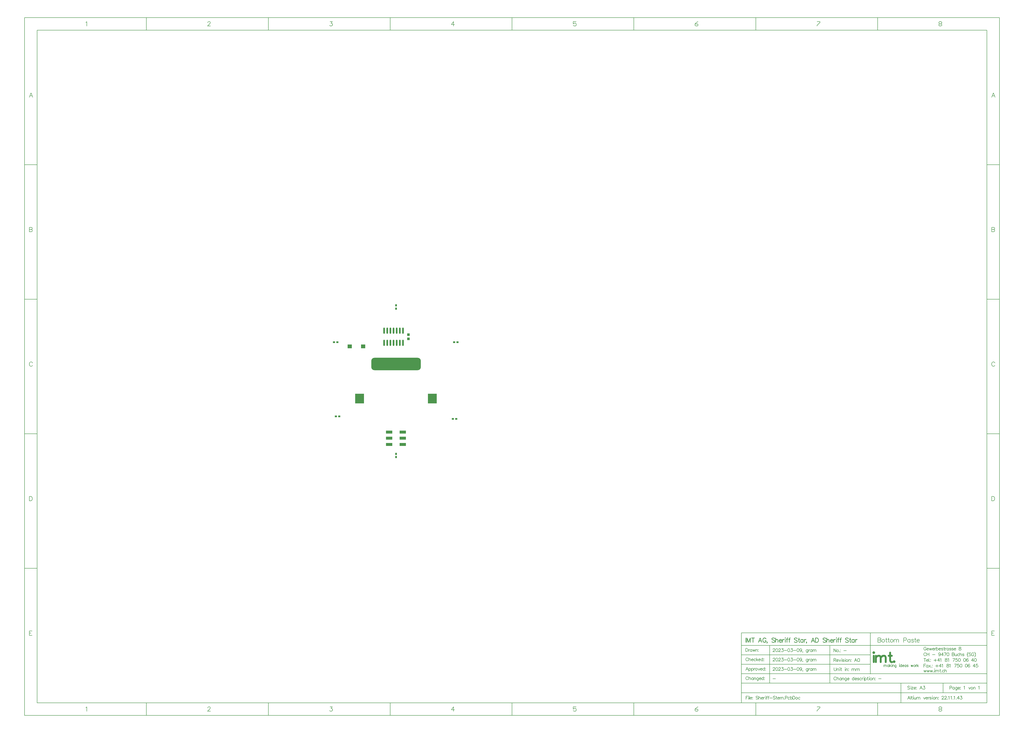
<source format=gbp>
G04*
G04 #@! TF.GenerationSoftware,Altium Limited,Altium Designer,22.11.1 (43)*
G04*
G04 Layer_Color=128*
%FSLAX44Y44*%
%MOMM*%
G71*
G04*
G04 #@! TF.SameCoordinates,DB873E63-77BF-45AF-8D19-C352679DEADA*
G04*
G04*
G04 #@! TF.FilePolarity,Positive*
G04*
G01*
G75*
%ADD10C,0.1270*%
%ADD11C,0.2540*%
%ADD12C,0.2000*%
%ADD13C,0.7620*%
%ADD14C,0.1778*%
%ADD22R,0.7000X0.9000*%
%ADD23R,3.6000X3.9000*%
%ADD24R,2.5000X1.2000*%
%ADD25R,1.0000X1.1000*%
%ADD26R,1.8000X1.6000*%
%ADD28O,0.7000X2.5000*%
%ADD29R,0.9000X0.7000*%
G04:AMPARAMS|DCode=30|XSize=20mm|YSize=5mm|CornerRadius=1.25mm|HoleSize=0mm|Usage=FLASHONLY|Rotation=0.000|XOffset=0mm|YOffset=0mm|HoleType=Round|Shape=RoundedRectangle|*
%AMROUNDEDRECTD30*
21,1,20.0000,2.5000,0,0,0.0*
21,1,17.5000,5.0000,0,0,0.0*
1,1,2.5000,8.7500,-1.2500*
1,1,2.5000,-8.7500,-1.2500*
1,1,2.5000,-8.7500,1.2500*
1,1,2.5000,8.7500,1.2500*
%
%ADD30ROUNDEDRECTD30*%
D10*
X1895000Y-948810D02*
Y-667260D01*
Y-870070D02*
X2885600D01*
X2009300D02*
Y-717670D01*
X1895000Y-755770D02*
X2415700D01*
X1895000Y-793870D02*
X2415700D01*
X1895000Y-831970D02*
X2886200D01*
X2415700Y-832360D02*
Y-666870D01*
X1895000Y-717670D02*
X2885600D01*
X1895000Y-666870D02*
X2885600D01*
X1895270Y-908270D02*
X2885870D01*
X2251870Y-870070D02*
Y-717670D01*
X2538890Y-949200D02*
Y-870206D01*
X2709070Y-908306D02*
Y-870206D01*
X1460625Y1768600D02*
Y1819400D01*
X-15750Y1768600D02*
Y1819400D01*
X2444875Y-1000000D02*
Y-949200D01*
X1952750Y-1000000D02*
Y-949200D01*
X1460625Y-1000000D02*
Y-949200D01*
X968500Y-1000000D02*
Y-949200D01*
X476375Y-1000000D02*
Y-949200D01*
X-15750Y-1000000D02*
Y-949200D01*
X-507875Y-1000000D02*
Y-949200D01*
X-1000000Y-405640D02*
X-949200D01*
X-1000000Y137920D02*
X-949200D01*
X-1000000Y681480D02*
X-949200D01*
X2444875Y1768600D02*
Y1819400D01*
X1952750Y1768600D02*
Y1819400D01*
X968500Y1768600D02*
Y1819400D01*
X476375Y1768600D02*
Y1819400D01*
X-507875Y1768600D02*
Y1819400D01*
X-949200Y1768600D02*
X2886200D01*
Y-949200D02*
Y1768600D01*
X-949200Y-949200D02*
X2886200D01*
X-949200D02*
Y1768600D01*
X-1000000Y1819400D02*
X2937000D01*
Y-1000000D02*
Y1819400D01*
X-1000000Y-1000000D02*
X2937000D01*
X-1000000D02*
Y1819400D01*
Y1225040D02*
X-949200D01*
X2886200D02*
X2937000D01*
X2886200Y681480D02*
X2937000D01*
X2886200Y137920D02*
X2937000D01*
X2886200Y-405640D02*
X2937000D01*
X2277449Y-847696D02*
X2276845Y-846487D01*
X2275636Y-845277D01*
X2274426Y-844673D01*
X2272008D01*
X2270798Y-845277D01*
X2269589Y-846487D01*
X2268985Y-847696D01*
X2268380Y-849510D01*
Y-852533D01*
X2268985Y-854347D01*
X2269589Y-855556D01*
X2270798Y-856765D01*
X2272008Y-857370D01*
X2274426D01*
X2275636Y-856765D01*
X2276845Y-855556D01*
X2277449Y-854347D01*
X2281017Y-844673D02*
Y-857370D01*
Y-851324D02*
X2282831Y-849510D01*
X2284040Y-848905D01*
X2285854D01*
X2287063Y-849510D01*
X2287668Y-851324D01*
Y-857370D01*
X2298249Y-848905D02*
Y-857370D01*
Y-850719D02*
X2297040Y-849510D01*
X2295830Y-848905D01*
X2294016D01*
X2292807Y-849510D01*
X2291598Y-850719D01*
X2290993Y-852533D01*
Y-853742D01*
X2291598Y-855556D01*
X2292807Y-856765D01*
X2294016Y-857370D01*
X2295830D01*
X2297040Y-856765D01*
X2298249Y-855556D01*
X2301635Y-848905D02*
Y-857370D01*
Y-851324D02*
X2303449Y-849510D01*
X2304658Y-848905D01*
X2306472D01*
X2307681Y-849510D01*
X2308286Y-851324D01*
Y-857370D01*
X2318867Y-848905D02*
Y-858579D01*
X2318262Y-860393D01*
X2317657Y-860998D01*
X2316448Y-861602D01*
X2314634D01*
X2313425Y-860998D01*
X2318867Y-850719D02*
X2317657Y-849510D01*
X2316448Y-848905D01*
X2314634D01*
X2313425Y-849510D01*
X2312216Y-850719D01*
X2311611Y-852533D01*
Y-853742D01*
X2312216Y-855556D01*
X2313425Y-856765D01*
X2314634Y-857370D01*
X2316448D01*
X2317657Y-856765D01*
X2318867Y-855556D01*
X2322253Y-852533D02*
X2329508D01*
Y-851324D01*
X2328904Y-850114D01*
X2328299Y-849510D01*
X2327090Y-848905D01*
X2325276D01*
X2324067Y-849510D01*
X2322857Y-850719D01*
X2322253Y-852533D01*
Y-853742D01*
X2322857Y-855556D01*
X2324067Y-856765D01*
X2325276Y-857370D01*
X2327090D01*
X2328299Y-856765D01*
X2329508Y-855556D01*
X2349461Y-844673D02*
Y-857370D01*
Y-850719D02*
X2348252Y-849510D01*
X2347043Y-848905D01*
X2345229D01*
X2344019Y-849510D01*
X2342810Y-850719D01*
X2342206Y-852533D01*
Y-853742D01*
X2342810Y-855556D01*
X2344019Y-856765D01*
X2345229Y-857370D01*
X2347043D01*
X2348252Y-856765D01*
X2349461Y-855556D01*
X2352847Y-852533D02*
X2360103D01*
Y-851324D01*
X2359498Y-850114D01*
X2358893Y-849510D01*
X2357684Y-848905D01*
X2355870D01*
X2354661Y-849510D01*
X2353452Y-850719D01*
X2352847Y-852533D01*
Y-853742D01*
X2353452Y-855556D01*
X2354661Y-856765D01*
X2355870Y-857370D01*
X2357684D01*
X2358893Y-856765D01*
X2360103Y-855556D01*
X2369474Y-850719D02*
X2368870Y-849510D01*
X2367056Y-848905D01*
X2365242D01*
X2363428Y-849510D01*
X2362824Y-850719D01*
X2363428Y-851928D01*
X2364637Y-852533D01*
X2367661Y-853138D01*
X2368870Y-853742D01*
X2369474Y-854951D01*
Y-855556D01*
X2368870Y-856765D01*
X2367056Y-857370D01*
X2365242D01*
X2363428Y-856765D01*
X2362824Y-855556D01*
X2379391Y-850719D02*
X2378181Y-849510D01*
X2376972Y-848905D01*
X2375158D01*
X2373949Y-849510D01*
X2372740Y-850719D01*
X2372135Y-852533D01*
Y-853742D01*
X2372740Y-855556D01*
X2373949Y-856765D01*
X2375158Y-857370D01*
X2376972D01*
X2378181Y-856765D01*
X2379391Y-855556D01*
X2382111Y-848905D02*
Y-857370D01*
Y-852533D02*
X2382716Y-850719D01*
X2383925Y-849510D01*
X2385134Y-848905D01*
X2386948D01*
X2389306Y-844673D02*
X2389911Y-845277D01*
X2390516Y-844673D01*
X2389911Y-844068D01*
X2389306Y-844673D01*
X2389911Y-848905D02*
Y-857370D01*
X2392753Y-848905D02*
Y-861602D01*
Y-850719D02*
X2393962Y-849510D01*
X2395171Y-848905D01*
X2396985D01*
X2398195Y-849510D01*
X2399404Y-850719D01*
X2400009Y-852533D01*
Y-853742D01*
X2399404Y-855556D01*
X2398195Y-856765D01*
X2396985Y-857370D01*
X2395171D01*
X2393962Y-856765D01*
X2392753Y-855556D01*
X2404543Y-844673D02*
Y-854951D01*
X2405148Y-856765D01*
X2406357Y-857370D01*
X2407566D01*
X2402729Y-848905D02*
X2406962D01*
X2410589Y-844673D02*
X2411194Y-845277D01*
X2411799Y-844673D01*
X2411194Y-844068D01*
X2410589Y-844673D01*
X2411194Y-848905D02*
Y-857370D01*
X2417059Y-848905D02*
X2415850Y-849510D01*
X2414641Y-850719D01*
X2414036Y-852533D01*
Y-853742D01*
X2414641Y-855556D01*
X2415850Y-856765D01*
X2417059Y-857370D01*
X2418873D01*
X2420082Y-856765D01*
X2421292Y-855556D01*
X2421896Y-853742D01*
Y-852533D01*
X2421292Y-850719D01*
X2420082Y-849510D01*
X2418873Y-848905D01*
X2417059D01*
X2424677D02*
Y-857370D01*
Y-851324D02*
X2426491Y-849510D01*
X2427701Y-848905D01*
X2429514D01*
X2430724Y-849510D01*
X2431328Y-851324D01*
Y-857370D01*
X2435258Y-848905D02*
X2434654Y-849510D01*
X2435258Y-850114D01*
X2435863Y-849510D01*
X2435258Y-848905D01*
Y-856161D02*
X2434654Y-856765D01*
X2435258Y-857370D01*
X2435863Y-856765D01*
X2435258Y-856161D01*
X2448621Y-851928D02*
X2459504D01*
X2267710Y-770133D02*
Y-782830D01*
Y-770133D02*
X2273152D01*
X2274966Y-770737D01*
X2275570Y-771342D01*
X2276175Y-772551D01*
Y-773761D01*
X2275570Y-774970D01*
X2274966Y-775574D01*
X2273152Y-776179D01*
X2267710D01*
X2271942D02*
X2276175Y-782830D01*
X2279017Y-777993D02*
X2286272D01*
Y-776784D01*
X2285668Y-775574D01*
X2285063Y-774970D01*
X2283854Y-774365D01*
X2282040D01*
X2280831Y-774970D01*
X2279621Y-776179D01*
X2279017Y-777993D01*
Y-779202D01*
X2279621Y-781016D01*
X2280831Y-782225D01*
X2282040Y-782830D01*
X2283854D01*
X2285063Y-782225D01*
X2286272Y-781016D01*
X2288993Y-774365D02*
X2292621Y-782830D01*
X2296249Y-774365D02*
X2292621Y-782830D01*
X2299514Y-770133D02*
X2300118Y-770737D01*
X2300723Y-770133D01*
X2300118Y-769528D01*
X2299514Y-770133D01*
X2300118Y-774365D02*
Y-782830D01*
X2309611Y-776179D02*
X2309006Y-774970D01*
X2307193Y-774365D01*
X2305379D01*
X2303565Y-774970D01*
X2302960Y-776179D01*
X2303565Y-777388D01*
X2304774Y-777993D01*
X2307797Y-778598D01*
X2309006Y-779202D01*
X2309611Y-780412D01*
Y-781016D01*
X2309006Y-782225D01*
X2307193Y-782830D01*
X2305379D01*
X2303565Y-782225D01*
X2302960Y-781016D01*
X2313481Y-770133D02*
X2314085Y-770737D01*
X2314690Y-770133D01*
X2314085Y-769528D01*
X2313481Y-770133D01*
X2314085Y-774365D02*
Y-782830D01*
X2319950Y-774365D02*
X2318741Y-774970D01*
X2317532Y-776179D01*
X2316927Y-777993D01*
Y-779202D01*
X2317532Y-781016D01*
X2318741Y-782225D01*
X2319950Y-782830D01*
X2321764D01*
X2322973Y-782225D01*
X2324183Y-781016D01*
X2324787Y-779202D01*
Y-777993D01*
X2324183Y-776179D01*
X2322973Y-774970D01*
X2321764Y-774365D01*
X2319950D01*
X2327569D02*
Y-782830D01*
Y-776784D02*
X2329382Y-774970D01*
X2330592Y-774365D01*
X2332406D01*
X2333615Y-774970D01*
X2334220Y-776784D01*
Y-782830D01*
X2338150Y-774365D02*
X2337545Y-774970D01*
X2338150Y-775574D01*
X2338754Y-774970D01*
X2338150Y-774365D01*
Y-781621D02*
X2337545Y-782225D01*
X2338150Y-782830D01*
X2338754Y-782225D01*
X2338150Y-781621D01*
X2361186Y-782830D02*
X2356349Y-770133D01*
X2351512Y-782830D01*
X2353326Y-778598D02*
X2359372D01*
X2367777Y-770133D02*
X2365963Y-770737D01*
X2364754Y-772551D01*
X2364149Y-775574D01*
Y-777388D01*
X2364754Y-780412D01*
X2365963Y-782225D01*
X2367777Y-782830D01*
X2368986D01*
X2370800Y-782225D01*
X2372009Y-780412D01*
X2372614Y-777388D01*
Y-775574D01*
X2372009Y-772551D01*
X2370800Y-770737D01*
X2368986Y-770133D01*
X2367777D01*
X2736340Y-888544D02*
X2741782D01*
X2743596Y-887939D01*
X2744200Y-887334D01*
X2744805Y-886125D01*
Y-884311D01*
X2744200Y-883102D01*
X2743596Y-882497D01*
X2741782Y-881893D01*
X2736340D01*
Y-894590D01*
X2754902Y-886125D02*
Y-894590D01*
Y-887939D02*
X2753693Y-886730D01*
X2752484Y-886125D01*
X2750670D01*
X2749460Y-886730D01*
X2748251Y-887939D01*
X2747646Y-889753D01*
Y-890962D01*
X2748251Y-892776D01*
X2749460Y-893985D01*
X2750670Y-894590D01*
X2752484D01*
X2753693Y-893985D01*
X2754902Y-892776D01*
X2765544Y-886125D02*
Y-895799D01*
X2764939Y-897613D01*
X2764334Y-898218D01*
X2763125Y-898822D01*
X2761311D01*
X2760102Y-898218D01*
X2765544Y-887939D02*
X2764334Y-886730D01*
X2763125Y-886125D01*
X2761311D01*
X2760102Y-886730D01*
X2758893Y-887939D01*
X2758288Y-889753D01*
Y-890962D01*
X2758893Y-892776D01*
X2760102Y-893985D01*
X2761311Y-894590D01*
X2763125D01*
X2764334Y-893985D01*
X2765544Y-892776D01*
X2768930Y-889753D02*
X2776185D01*
Y-888544D01*
X2775581Y-887334D01*
X2774976Y-886730D01*
X2773767Y-886125D01*
X2771953D01*
X2770744Y-886730D01*
X2769534Y-887939D01*
X2768930Y-889753D01*
Y-890962D01*
X2769534Y-892776D01*
X2770744Y-893985D01*
X2771953Y-894590D01*
X2773767D01*
X2774976Y-893985D01*
X2776185Y-892776D01*
X2779511Y-886125D02*
X2778906Y-886730D01*
X2779511Y-887334D01*
X2780115Y-886730D01*
X2779511Y-886125D01*
Y-893381D02*
X2778906Y-893985D01*
X2779511Y-894590D01*
X2780115Y-893985D01*
X2779511Y-893381D01*
X2792873Y-884311D02*
X2794082Y-883707D01*
X2795896Y-881893D01*
Y-894590D01*
X2812161Y-886125D02*
X2815789Y-894590D01*
X2819417Y-886125D02*
X2815789Y-894590D01*
X2824496Y-886125D02*
X2823286Y-886730D01*
X2822077Y-887939D01*
X2821472Y-889753D01*
Y-890962D01*
X2822077Y-892776D01*
X2823286Y-893985D01*
X2824496Y-894590D01*
X2826309D01*
X2827519Y-893985D01*
X2828728Y-892776D01*
X2829333Y-890962D01*
Y-889753D01*
X2828728Y-887939D01*
X2827519Y-886730D01*
X2826309Y-886125D01*
X2824496D01*
X2832114D02*
Y-894590D01*
Y-888544D02*
X2833928Y-886730D01*
X2835137Y-886125D01*
X2836951D01*
X2838160Y-886730D01*
X2838765Y-888544D01*
Y-894590D01*
X2852067Y-884311D02*
X2853276Y-883707D01*
X2855090Y-881893D01*
Y-894590D01*
X2267710Y-730763D02*
Y-743460D01*
Y-730763D02*
X2276175Y-743460D01*
Y-730763D02*
Y-743460D01*
X2282705Y-734995D02*
X2281496Y-735600D01*
X2280286Y-736809D01*
X2279682Y-738623D01*
Y-739832D01*
X2280286Y-741646D01*
X2281496Y-742855D01*
X2282705Y-743460D01*
X2284519D01*
X2285728Y-742855D01*
X2286937Y-741646D01*
X2287542Y-739832D01*
Y-738623D01*
X2286937Y-736809D01*
X2285728Y-735600D01*
X2284519Y-734995D01*
X2282705D01*
X2290928Y-742251D02*
X2290323Y-742855D01*
X2290928Y-743460D01*
X2291532Y-742855D01*
X2290928Y-742251D01*
X2294918Y-734995D02*
X2294314Y-735600D01*
X2294918Y-736204D01*
X2295523Y-735600D01*
X2294918Y-734995D01*
Y-742251D02*
X2294314Y-742855D01*
X2294918Y-743460D01*
X2295523Y-742855D01*
X2294918Y-742251D01*
X2308281Y-738018D02*
X2319164D01*
X1922454Y-818000D02*
X1917617Y-805303D01*
X1912780Y-818000D01*
X1914594Y-813768D02*
X1920640D01*
X1925417Y-809535D02*
Y-822232D01*
Y-811349D02*
X1926626Y-810140D01*
X1927835Y-809535D01*
X1929649D01*
X1930858Y-810140D01*
X1932068Y-811349D01*
X1932672Y-813163D01*
Y-814372D01*
X1932068Y-816186D01*
X1930858Y-817395D01*
X1929649Y-818000D01*
X1927835D01*
X1926626Y-817395D01*
X1925417Y-816186D01*
X1935393Y-809535D02*
Y-822232D01*
Y-811349D02*
X1936602Y-810140D01*
X1937812Y-809535D01*
X1939626D01*
X1940835Y-810140D01*
X1942044Y-811349D01*
X1942649Y-813163D01*
Y-814372D01*
X1942044Y-816186D01*
X1940835Y-817395D01*
X1939626Y-818000D01*
X1937812D01*
X1936602Y-817395D01*
X1935393Y-816186D01*
X1945370Y-809535D02*
Y-818000D01*
Y-813163D02*
X1945974Y-811349D01*
X1947184Y-810140D01*
X1948393Y-809535D01*
X1950207D01*
X1954379D02*
X1953169Y-810140D01*
X1951960Y-811349D01*
X1951355Y-813163D01*
Y-814372D01*
X1951960Y-816186D01*
X1953169Y-817395D01*
X1954379Y-818000D01*
X1956193D01*
X1957402Y-817395D01*
X1958611Y-816186D01*
X1959216Y-814372D01*
Y-813163D01*
X1958611Y-811349D01*
X1957402Y-810140D01*
X1956193Y-809535D01*
X1954379D01*
X1961997D02*
X1965625Y-818000D01*
X1969253Y-809535D02*
X1965625Y-818000D01*
X1971308Y-813163D02*
X1978564D01*
Y-811954D01*
X1977959Y-810744D01*
X1977355Y-810140D01*
X1976145Y-809535D01*
X1974332D01*
X1973122Y-810140D01*
X1971913Y-811349D01*
X1971308Y-813163D01*
Y-814372D01*
X1971913Y-816186D01*
X1973122Y-817395D01*
X1974332Y-818000D01*
X1976145D01*
X1977355Y-817395D01*
X1978564Y-816186D01*
X1988540Y-805303D02*
Y-818000D01*
Y-811349D02*
X1987331Y-810140D01*
X1986122Y-809535D01*
X1984308D01*
X1983099Y-810140D01*
X1981889Y-811349D01*
X1981285Y-813163D01*
Y-814372D01*
X1981889Y-816186D01*
X1983099Y-817395D01*
X1984308Y-818000D01*
X1986122D01*
X1987331Y-817395D01*
X1988540Y-816186D01*
X1992531Y-809535D02*
X1991926Y-810140D01*
X1992531Y-810744D01*
X1993136Y-810140D01*
X1992531Y-809535D01*
Y-816791D02*
X1991926Y-817395D01*
X1992531Y-818000D01*
X1993136Y-817395D01*
X1992531Y-816791D01*
X1921850Y-770226D02*
X1921245Y-769017D01*
X1920036Y-767807D01*
X1918826Y-767203D01*
X1916408D01*
X1915199Y-767807D01*
X1913989Y-769017D01*
X1913385Y-770226D01*
X1912780Y-772040D01*
Y-775063D01*
X1913385Y-776877D01*
X1913989Y-778086D01*
X1915199Y-779295D01*
X1916408Y-779900D01*
X1918826D01*
X1920036Y-779295D01*
X1921245Y-778086D01*
X1921850Y-776877D01*
X1925417Y-767203D02*
Y-779900D01*
Y-773854D02*
X1927231Y-772040D01*
X1928440Y-771435D01*
X1930254D01*
X1931463Y-772040D01*
X1932068Y-773854D01*
Y-779900D01*
X1935393Y-775063D02*
X1942649D01*
Y-773854D01*
X1942044Y-772644D01*
X1941440Y-772040D01*
X1940230Y-771435D01*
X1938416D01*
X1937207Y-772040D01*
X1935998Y-773249D01*
X1935393Y-775063D01*
Y-776272D01*
X1935998Y-778086D01*
X1937207Y-779295D01*
X1938416Y-779900D01*
X1940230D01*
X1941440Y-779295D01*
X1942649Y-778086D01*
X1952625Y-773249D02*
X1951416Y-772040D01*
X1950207Y-771435D01*
X1948393D01*
X1947184Y-772040D01*
X1945974Y-773249D01*
X1945370Y-775063D01*
Y-776272D01*
X1945974Y-778086D01*
X1947184Y-779295D01*
X1948393Y-779900D01*
X1950207D01*
X1951416Y-779295D01*
X1952625Y-778086D01*
X1955346Y-767203D02*
Y-779900D01*
X1961392Y-771435D02*
X1955346Y-777482D01*
X1957765Y-775063D02*
X1961997Y-779900D01*
X1963992Y-775063D02*
X1971248D01*
Y-773854D01*
X1970643Y-772644D01*
X1970039Y-772040D01*
X1968829Y-771435D01*
X1967016D01*
X1965806Y-772040D01*
X1964597Y-773249D01*
X1963992Y-775063D01*
Y-776272D01*
X1964597Y-778086D01*
X1965806Y-779295D01*
X1967016Y-779900D01*
X1968829D01*
X1970039Y-779295D01*
X1971248Y-778086D01*
X1981224Y-767203D02*
Y-779900D01*
Y-773249D02*
X1980015Y-772040D01*
X1978806Y-771435D01*
X1976992D01*
X1975783Y-772040D01*
X1974573Y-773249D01*
X1973969Y-775063D01*
Y-776272D01*
X1974573Y-778086D01*
X1975783Y-779295D01*
X1976992Y-779900D01*
X1978806D01*
X1980015Y-779295D01*
X1981224Y-778086D01*
X1985215Y-771435D02*
X1984610Y-772040D01*
X1985215Y-772644D01*
X1985820Y-772040D01*
X1985215Y-771435D01*
Y-778691D02*
X1984610Y-779295D01*
X1985215Y-779900D01*
X1985820Y-779295D01*
X1985215Y-778691D01*
X1912780Y-729103D02*
Y-741800D01*
Y-729103D02*
X1917012D01*
X1918826Y-729707D01*
X1920036Y-730917D01*
X1920640Y-732126D01*
X1921245Y-733940D01*
Y-736963D01*
X1920640Y-738777D01*
X1920036Y-739986D01*
X1918826Y-741195D01*
X1917012Y-741800D01*
X1912780D01*
X1924087Y-733335D02*
Y-741800D01*
Y-736963D02*
X1924691Y-735149D01*
X1925901Y-733940D01*
X1927110Y-733335D01*
X1928924D01*
X1937328D02*
Y-741800D01*
Y-735149D02*
X1936119Y-733940D01*
X1934910Y-733335D01*
X1933096D01*
X1931886Y-733940D01*
X1930677Y-735149D01*
X1930072Y-736963D01*
Y-738172D01*
X1930677Y-739986D01*
X1931886Y-741195D01*
X1933096Y-741800D01*
X1934910D01*
X1936119Y-741195D01*
X1937328Y-739986D01*
X1940714Y-733335D02*
X1943133Y-741800D01*
X1945551Y-733335D02*
X1943133Y-741800D01*
X1945551Y-733335D02*
X1947970Y-741800D01*
X1950388Y-733335D02*
X1947970Y-741800D01*
X1953351Y-733335D02*
Y-741800D01*
Y-735754D02*
X1955165Y-733940D01*
X1956374Y-733335D01*
X1958188D01*
X1959397Y-733940D01*
X1960002Y-735754D01*
Y-741800D01*
X1963932Y-733335D02*
X1963327Y-733940D01*
X1963932Y-734544D01*
X1964536Y-733940D01*
X1963932Y-733335D01*
Y-740591D02*
X1963327Y-741195D01*
X1963932Y-741800D01*
X1964536Y-741195D01*
X1963932Y-740591D01*
X1913000Y-922303D02*
Y-935000D01*
Y-922303D02*
X1920860D01*
X1913000Y-928349D02*
X1917837D01*
X1923521Y-922303D02*
X1924125Y-922907D01*
X1924730Y-922303D01*
X1924125Y-921698D01*
X1923521Y-922303D01*
X1924125Y-926535D02*
Y-935000D01*
X1926967Y-922303D02*
Y-935000D01*
X1929627Y-930163D02*
X1936883D01*
Y-928954D01*
X1936278Y-927744D01*
X1935674Y-927140D01*
X1934464Y-926535D01*
X1932650D01*
X1931441Y-927140D01*
X1930232Y-928349D01*
X1929627Y-930163D01*
Y-931372D01*
X1930232Y-933186D01*
X1931441Y-934395D01*
X1932650Y-935000D01*
X1934464D01*
X1935674Y-934395D01*
X1936883Y-933186D01*
X1940208Y-926535D02*
X1939604Y-927140D01*
X1940208Y-927744D01*
X1940813Y-927140D01*
X1940208Y-926535D01*
Y-933791D02*
X1939604Y-934395D01*
X1940208Y-935000D01*
X1940813Y-934395D01*
X1940208Y-933791D01*
X1962036Y-924117D02*
X1960826Y-922907D01*
X1959012Y-922303D01*
X1956594D01*
X1954780Y-922907D01*
X1953571Y-924117D01*
Y-925326D01*
X1954175Y-926535D01*
X1954780Y-927140D01*
X1955989Y-927744D01*
X1959617Y-928954D01*
X1960826Y-929558D01*
X1961431Y-930163D01*
X1962036Y-931372D01*
Y-933186D01*
X1960826Y-934395D01*
X1959012Y-935000D01*
X1956594D01*
X1954780Y-934395D01*
X1953571Y-933186D01*
X1964877Y-922303D02*
Y-935000D01*
Y-928954D02*
X1966691Y-927140D01*
X1967901Y-926535D01*
X1969715D01*
X1970924Y-927140D01*
X1971528Y-928954D01*
Y-935000D01*
X1974854Y-930163D02*
X1982109D01*
Y-928954D01*
X1981505Y-927744D01*
X1980900Y-927140D01*
X1979691Y-926535D01*
X1977877D01*
X1976668Y-927140D01*
X1975459Y-928349D01*
X1974854Y-930163D01*
Y-931372D01*
X1975459Y-933186D01*
X1976668Y-934395D01*
X1977877Y-935000D01*
X1979691D01*
X1980900Y-934395D01*
X1982109Y-933186D01*
X1984830Y-926535D02*
Y-935000D01*
Y-930163D02*
X1985435Y-928349D01*
X1986644Y-927140D01*
X1987854Y-926535D01*
X1989667D01*
X1992025Y-922303D02*
X1992630Y-922907D01*
X1993235Y-922303D01*
X1992630Y-921698D01*
X1992025Y-922303D01*
X1992630Y-926535D02*
Y-935000D01*
X2000309Y-922303D02*
X1999100D01*
X1997890Y-922907D01*
X1997286Y-924721D01*
Y-935000D01*
X1995472Y-926535D02*
X1999704D01*
X2006960Y-922303D02*
X2005751D01*
X2004541Y-922907D01*
X2003937Y-924721D01*
Y-935000D01*
X2002123Y-926535D02*
X2006355D01*
X2008774Y-929558D02*
X2019657D01*
X2031871Y-924117D02*
X2030661Y-922907D01*
X2028848Y-922303D01*
X2026429D01*
X2024615Y-922907D01*
X2023406Y-924117D01*
Y-925326D01*
X2024010Y-926535D01*
X2024615Y-927140D01*
X2025824Y-927744D01*
X2029452Y-928954D01*
X2030661Y-929558D01*
X2031266Y-930163D01*
X2031871Y-931372D01*
Y-933186D01*
X2030661Y-934395D01*
X2028848Y-935000D01*
X2026429D01*
X2024615Y-934395D01*
X2023406Y-933186D01*
X2036526Y-922303D02*
Y-932581D01*
X2037131Y-934395D01*
X2038340Y-935000D01*
X2039550D01*
X2034713Y-926535D02*
X2038945D01*
X2041364Y-930163D02*
X2048619D01*
Y-928954D01*
X2048014Y-927744D01*
X2047410Y-927140D01*
X2046201Y-926535D01*
X2044387D01*
X2043177Y-927140D01*
X2041968Y-928349D01*
X2041364Y-930163D01*
Y-931372D01*
X2041968Y-933186D01*
X2043177Y-934395D01*
X2044387Y-935000D01*
X2046201D01*
X2047410Y-934395D01*
X2048619Y-933186D01*
X2051340Y-926535D02*
Y-935000D01*
Y-930163D02*
X2051944Y-928349D01*
X2053154Y-927140D01*
X2054363Y-926535D01*
X2056177D01*
X2057326D02*
Y-935000D01*
Y-928954D02*
X2059140Y-927140D01*
X2060349Y-926535D01*
X2062163D01*
X2063372Y-927140D01*
X2063977Y-928954D01*
Y-935000D01*
X2067907Y-933791D02*
X2067302Y-934395D01*
X2067907Y-935000D01*
X2068512Y-934395D01*
X2067907Y-933791D01*
X2071293Y-928954D02*
X2076734D01*
X2078548Y-928349D01*
X2079153Y-927744D01*
X2079758Y-926535D01*
Y-924721D01*
X2079153Y-923512D01*
X2078548Y-922907D01*
X2076734Y-922303D01*
X2071293D01*
Y-935000D01*
X2089855Y-928349D02*
X2088646Y-927140D01*
X2087436Y-926535D01*
X2085623D01*
X2084413Y-927140D01*
X2083204Y-928349D01*
X2082599Y-930163D01*
Y-931372D01*
X2083204Y-933186D01*
X2084413Y-934395D01*
X2085623Y-935000D01*
X2087436D01*
X2088646Y-934395D01*
X2089855Y-933186D01*
X2092576Y-922303D02*
Y-935000D01*
Y-928349D02*
X2093785Y-927140D01*
X2094994Y-926535D01*
X2096808D01*
X2098017Y-927140D01*
X2099227Y-928349D01*
X2099831Y-930163D01*
Y-931372D01*
X2099227Y-933186D01*
X2098017Y-934395D01*
X2096808Y-935000D01*
X2094994D01*
X2093785Y-934395D01*
X2092576Y-933186D01*
X2102552Y-922303D02*
Y-935000D01*
Y-922303D02*
X2106785D01*
X2108599Y-922907D01*
X2109808Y-924117D01*
X2110412Y-925326D01*
X2111017Y-927140D01*
Y-930163D01*
X2110412Y-931977D01*
X2109808Y-933186D01*
X2108599Y-934395D01*
X2106785Y-935000D01*
X2102552D01*
X2116882Y-926535D02*
X2115673Y-927140D01*
X2114464Y-928349D01*
X2113859Y-930163D01*
Y-931372D01*
X2114464Y-933186D01*
X2115673Y-934395D01*
X2116882Y-935000D01*
X2118696D01*
X2119905Y-934395D01*
X2121115Y-933186D01*
X2121719Y-931372D01*
Y-930163D01*
X2121115Y-928349D01*
X2119905Y-927140D01*
X2118696Y-926535D01*
X2116882D01*
X2131756Y-928349D02*
X2130547Y-927140D01*
X2129337Y-926535D01*
X2127524D01*
X2126314Y-927140D01*
X2125105Y-928349D01*
X2124500Y-930163D01*
Y-931372D01*
X2125105Y-933186D01*
X2126314Y-934395D01*
X2127524Y-935000D01*
X2129337D01*
X2130547Y-934395D01*
X2131756Y-933186D01*
X2268980Y-806963D02*
Y-816032D01*
X2269585Y-817846D01*
X2270794Y-819055D01*
X2272608Y-819660D01*
X2273817D01*
X2275631Y-819055D01*
X2276840Y-817846D01*
X2277445Y-816032D01*
Y-806963D01*
X2280952Y-811195D02*
Y-819660D01*
Y-813614D02*
X2282766Y-811800D01*
X2283975Y-811195D01*
X2285789D01*
X2286998Y-811800D01*
X2287603Y-813614D01*
Y-819660D01*
X2292137Y-806963D02*
X2292742Y-807567D01*
X2293347Y-806963D01*
X2292742Y-806358D01*
X2292137Y-806963D01*
X2292742Y-811195D02*
Y-819660D01*
X2297398Y-806963D02*
Y-817242D01*
X2298002Y-819055D01*
X2299212Y-819660D01*
X2300421D01*
X2295584Y-811195D02*
X2299816D01*
X2313421Y-806963D02*
X2314025Y-807567D01*
X2314630Y-806963D01*
X2314025Y-806358D01*
X2313421Y-806963D01*
X2314025Y-811195D02*
Y-819660D01*
X2316867Y-811195D02*
Y-819660D01*
Y-813614D02*
X2318681Y-811800D01*
X2319890Y-811195D01*
X2321704D01*
X2322913Y-811800D01*
X2323518Y-813614D01*
Y-819660D01*
X2327448Y-811195D02*
X2326843Y-811800D01*
X2327448Y-812404D01*
X2328053Y-811800D01*
X2327448Y-811195D01*
Y-818451D02*
X2326843Y-819055D01*
X2327448Y-819660D01*
X2328053Y-819055D01*
X2327448Y-818451D01*
X2340810Y-811195D02*
Y-819660D01*
Y-813614D02*
X2342624Y-811800D01*
X2343833Y-811195D01*
X2345647D01*
X2346857Y-811800D01*
X2347461Y-813614D01*
Y-819660D01*
Y-813614D02*
X2349275Y-811800D01*
X2350484Y-811195D01*
X2352298D01*
X2353508Y-811800D01*
X2354112Y-813614D01*
Y-819660D01*
X2358103Y-811195D02*
Y-819660D01*
Y-813614D02*
X2359917Y-811800D01*
X2361126Y-811195D01*
X2362940D01*
X2364149Y-811800D01*
X2364754Y-813614D01*
Y-819660D01*
Y-813614D02*
X2366568Y-811800D01*
X2367777Y-811195D01*
X2369591D01*
X2370800Y-811800D01*
X2371405Y-813614D01*
Y-819660D01*
X2574625Y-883707D02*
X2573416Y-882497D01*
X2571602Y-881893D01*
X2569183D01*
X2567369Y-882497D01*
X2566160Y-883707D01*
Y-884916D01*
X2566765Y-886125D01*
X2567369Y-886730D01*
X2568578Y-887334D01*
X2572206Y-888544D01*
X2573416Y-889148D01*
X2574020Y-889753D01*
X2574625Y-890962D01*
Y-892776D01*
X2573416Y-893985D01*
X2571602Y-894590D01*
X2569183D01*
X2567369Y-893985D01*
X2566160Y-892776D01*
X2578676Y-881893D02*
X2579280Y-882497D01*
X2579885Y-881893D01*
X2579280Y-881288D01*
X2578676Y-881893D01*
X2579280Y-886125D02*
Y-894590D01*
X2588773Y-886125D02*
X2582122Y-894590D01*
Y-886125D02*
X2588773D01*
X2582122Y-894590D02*
X2588773D01*
X2591434Y-889753D02*
X2598689D01*
Y-888544D01*
X2598085Y-887334D01*
X2597480Y-886730D01*
X2596271Y-886125D01*
X2594457D01*
X2593247Y-886730D01*
X2592038Y-887939D01*
X2591434Y-889753D01*
Y-890962D01*
X2592038Y-892776D01*
X2593247Y-893985D01*
X2594457Y-894590D01*
X2596271D01*
X2597480Y-893985D01*
X2598689Y-892776D01*
X2602015Y-886125D02*
X2601410Y-886730D01*
X2602015Y-887334D01*
X2602619Y-886730D01*
X2602015Y-886125D01*
Y-893381D02*
X2601410Y-893985D01*
X2602015Y-894590D01*
X2602619Y-893985D01*
X2602015Y-893381D01*
X2625051Y-894590D02*
X2620214Y-881893D01*
X2615377Y-894590D01*
X2617191Y-890358D02*
X2623237D01*
X2629223Y-881893D02*
X2635874D01*
X2632246Y-886730D01*
X2634060D01*
X2635269Y-887334D01*
X2635874Y-887939D01*
X2636479Y-889753D01*
Y-890962D01*
X2635874Y-892776D01*
X2634665Y-893985D01*
X2632851Y-894590D01*
X2631037D01*
X2629223Y-893985D01*
X2628618Y-893381D01*
X2628014Y-892171D01*
X2631600Y-792603D02*
Y-805300D01*
Y-792603D02*
X2639460D01*
X2631600Y-798649D02*
X2636437D01*
X2648167Y-796835D02*
Y-805300D01*
Y-798649D02*
X2646958Y-797440D01*
X2645748Y-796835D01*
X2643935D01*
X2642725Y-797440D01*
X2641516Y-798649D01*
X2640911Y-800463D01*
Y-801672D01*
X2641516Y-803486D01*
X2642725Y-804695D01*
X2643935Y-805300D01*
X2645748D01*
X2646958Y-804695D01*
X2648167Y-803486D01*
X2651553Y-796835D02*
X2658204Y-805300D01*
Y-796835D02*
X2651553Y-805300D01*
X2661469Y-804091D02*
X2660864Y-804695D01*
X2661469Y-805300D01*
X2662073Y-804695D01*
X2661469Y-804091D01*
X2665459Y-796835D02*
X2664855Y-797440D01*
X2665459Y-798044D01*
X2666064Y-797440D01*
X2665459Y-796835D01*
Y-804091D02*
X2664855Y-804695D01*
X2665459Y-805300D01*
X2666064Y-804695D01*
X2665459Y-804091D01*
X2684264Y-794417D02*
Y-805300D01*
X2678822Y-799858D02*
X2689705D01*
X2699500Y-792603D02*
X2693454Y-801068D01*
X2702523D01*
X2699500Y-792603D02*
Y-805300D01*
X2704760Y-795021D02*
X2705970Y-794417D01*
X2707784Y-792603D01*
Y-805300D01*
X2727072Y-792603D02*
X2725258Y-793207D01*
X2724653Y-794417D01*
Y-795626D01*
X2725258Y-796835D01*
X2726467Y-797440D01*
X2728885Y-798044D01*
X2730699Y-798649D01*
X2731909Y-799858D01*
X2732513Y-801068D01*
Y-802881D01*
X2731909Y-804091D01*
X2731304Y-804695D01*
X2729490Y-805300D01*
X2727072D01*
X2725258Y-804695D01*
X2724653Y-804091D01*
X2724048Y-802881D01*
Y-801068D01*
X2724653Y-799858D01*
X2725862Y-798649D01*
X2727676Y-798044D01*
X2730095Y-797440D01*
X2731304Y-796835D01*
X2731909Y-795626D01*
Y-794417D01*
X2731304Y-793207D01*
X2729490Y-792603D01*
X2727072D01*
X2735355Y-795021D02*
X2736564Y-794417D01*
X2738378Y-792603D01*
Y-805300D01*
X2763108Y-792603D02*
X2757061Y-805300D01*
X2754643Y-792603D02*
X2763108D01*
X2773205D02*
X2767159D01*
X2766554Y-798044D01*
X2767159Y-797440D01*
X2768972Y-796835D01*
X2770786D01*
X2772600Y-797440D01*
X2773810Y-798649D01*
X2774414Y-800463D01*
Y-801672D01*
X2773810Y-803486D01*
X2772600Y-804695D01*
X2770786Y-805300D01*
X2768972D01*
X2767159Y-804695D01*
X2766554Y-804091D01*
X2765949Y-802881D01*
X2780884Y-792603D02*
X2779070Y-793207D01*
X2777861Y-795021D01*
X2777256Y-798044D01*
Y-799858D01*
X2777861Y-802881D01*
X2779070Y-804695D01*
X2780884Y-805300D01*
X2782093D01*
X2783907Y-804695D01*
X2785116Y-802881D01*
X2785721Y-799858D01*
Y-798044D01*
X2785116Y-795021D01*
X2783907Y-793207D01*
X2782093Y-792603D01*
X2780884D01*
X2802167D02*
X2800353Y-793207D01*
X2799144Y-795021D01*
X2798539Y-798044D01*
Y-799858D01*
X2799144Y-802881D01*
X2800353Y-804695D01*
X2802167Y-805300D01*
X2803376D01*
X2805190Y-804695D01*
X2806399Y-802881D01*
X2807004Y-799858D01*
Y-798044D01*
X2806399Y-795021D01*
X2805190Y-793207D01*
X2803376Y-792603D01*
X2802167D01*
X2817101Y-794417D02*
X2816497Y-793207D01*
X2814683Y-792603D01*
X2813474D01*
X2811660Y-793207D01*
X2810450Y-795021D01*
X2809846Y-798044D01*
Y-801068D01*
X2810450Y-803486D01*
X2811660Y-804695D01*
X2813474Y-805300D01*
X2814078D01*
X2815892Y-804695D01*
X2817101Y-803486D01*
X2817706Y-801672D01*
Y-801068D01*
X2817101Y-799254D01*
X2815892Y-798044D01*
X2814078Y-797440D01*
X2813474D01*
X2811660Y-798044D01*
X2810450Y-799254D01*
X2809846Y-801068D01*
X2836510Y-792603D02*
X2830464Y-801068D01*
X2839533D01*
X2836510Y-792603D02*
Y-805300D01*
X2849026Y-792603D02*
X2842979D01*
X2842375Y-798044D01*
X2842979Y-797440D01*
X2844793Y-796835D01*
X2846607D01*
X2848421Y-797440D01*
X2849630Y-798649D01*
X2850235Y-800463D01*
Y-801672D01*
X2849630Y-803486D01*
X2848421Y-804695D01*
X2846607Y-805300D01*
X2844793D01*
X2842979Y-804695D01*
X2842375Y-804091D01*
X2841770Y-802881D01*
X2635833Y-769743D02*
Y-782440D01*
X2631600Y-769743D02*
X2640065D01*
X2641577Y-777603D02*
X2648832D01*
Y-776394D01*
X2648228Y-775184D01*
X2647623Y-774580D01*
X2646414Y-773975D01*
X2644600D01*
X2643390Y-774580D01*
X2642181Y-775789D01*
X2641577Y-777603D01*
Y-778812D01*
X2642181Y-780626D01*
X2643390Y-781835D01*
X2644600Y-782440D01*
X2646414D01*
X2647623Y-781835D01*
X2648832Y-780626D01*
X2651553Y-769743D02*
Y-782440D01*
X2654818Y-781231D02*
X2654213Y-781835D01*
X2654818Y-782440D01*
X2655422Y-781835D01*
X2654818Y-781231D01*
X2658808Y-773975D02*
X2658204Y-774580D01*
X2658808Y-775184D01*
X2659413Y-774580D01*
X2658808Y-773975D01*
Y-781231D02*
X2658204Y-781835D01*
X2658808Y-782440D01*
X2659413Y-781835D01*
X2658808Y-781231D01*
X2677613Y-771557D02*
Y-782440D01*
X2672171Y-776998D02*
X2683054D01*
X2692849Y-769743D02*
X2686803Y-778208D01*
X2695872D01*
X2692849Y-769743D02*
Y-782440D01*
X2698109Y-772161D02*
X2699319Y-771557D01*
X2701133Y-769743D01*
Y-782440D01*
X2720421Y-769743D02*
X2718607Y-770347D01*
X2718002Y-771557D01*
Y-772766D01*
X2718607Y-773975D01*
X2719816Y-774580D01*
X2722234Y-775184D01*
X2724048Y-775789D01*
X2725258Y-776998D01*
X2725862Y-778208D01*
Y-780022D01*
X2725258Y-781231D01*
X2724653Y-781835D01*
X2722839Y-782440D01*
X2720421D01*
X2718607Y-781835D01*
X2718002Y-781231D01*
X2717397Y-780022D01*
Y-778208D01*
X2718002Y-776998D01*
X2719211Y-775789D01*
X2721025Y-775184D01*
X2723444Y-774580D01*
X2724653Y-773975D01*
X2725258Y-772766D01*
Y-771557D01*
X2724653Y-770347D01*
X2722839Y-769743D01*
X2720421D01*
X2728704Y-772161D02*
X2729913Y-771557D01*
X2731727Y-769743D01*
Y-782440D01*
X2756457Y-769743D02*
X2750410Y-782440D01*
X2747992Y-769743D02*
X2756457D01*
X2766554D02*
X2760508D01*
X2759903Y-775184D01*
X2760508Y-774580D01*
X2762321Y-773975D01*
X2764135D01*
X2765949Y-774580D01*
X2767159Y-775789D01*
X2767763Y-777603D01*
Y-778812D01*
X2767159Y-780626D01*
X2765949Y-781835D01*
X2764135Y-782440D01*
X2762321D01*
X2760508Y-781835D01*
X2759903Y-781231D01*
X2759298Y-780022D01*
X2774233Y-769743D02*
X2772419Y-770347D01*
X2771210Y-772161D01*
X2770605Y-775184D01*
Y-776998D01*
X2771210Y-780022D01*
X2772419Y-781835D01*
X2774233Y-782440D01*
X2775442D01*
X2777256Y-781835D01*
X2778465Y-780022D01*
X2779070Y-776998D01*
Y-775184D01*
X2778465Y-772161D01*
X2777256Y-770347D01*
X2775442Y-769743D01*
X2774233D01*
X2795516D02*
X2793702Y-770347D01*
X2792493Y-772161D01*
X2791888Y-775184D01*
Y-776998D01*
X2792493Y-780022D01*
X2793702Y-781835D01*
X2795516Y-782440D01*
X2796725D01*
X2798539Y-781835D01*
X2799748Y-780022D01*
X2800353Y-776998D01*
Y-775184D01*
X2799748Y-772161D01*
X2798539Y-770347D01*
X2796725Y-769743D01*
X2795516D01*
X2810450Y-771557D02*
X2809846Y-770347D01*
X2808032Y-769743D01*
X2806823D01*
X2805009Y-770347D01*
X2803799Y-772161D01*
X2803195Y-775184D01*
Y-778208D01*
X2803799Y-780626D01*
X2805009Y-781835D01*
X2806823Y-782440D01*
X2807427D01*
X2809241Y-781835D01*
X2810450Y-780626D01*
X2811055Y-778812D01*
Y-778208D01*
X2810450Y-776394D01*
X2809241Y-775184D01*
X2807427Y-774580D01*
X2806823D01*
X2805009Y-775184D01*
X2803799Y-776394D01*
X2803195Y-778208D01*
X2829859Y-769743D02*
X2823813Y-778208D01*
X2832882D01*
X2829859Y-769743D02*
Y-782440D01*
X2838747Y-769743D02*
X2836933Y-770347D01*
X2835724Y-772161D01*
X2835119Y-775184D01*
Y-776998D01*
X2835724Y-780022D01*
X2836933Y-781835D01*
X2838747Y-782440D01*
X2839956D01*
X2841770Y-781835D01*
X2842979Y-780022D01*
X2843584Y-776998D01*
Y-775184D01*
X2842979Y-772161D01*
X2841770Y-770347D01*
X2839956Y-769743D01*
X2838747D01*
X2640670Y-749906D02*
X2640065Y-748697D01*
X2638856Y-747487D01*
X2637646Y-746883D01*
X2635228D01*
X2634019Y-747487D01*
X2632809Y-748697D01*
X2632205Y-749906D01*
X2631600Y-751720D01*
Y-754743D01*
X2632205Y-756557D01*
X2632809Y-757766D01*
X2634019Y-758975D01*
X2635228Y-759580D01*
X2637646D01*
X2638856Y-758975D01*
X2640065Y-757766D01*
X2640670Y-756557D01*
X2644237Y-746883D02*
Y-759580D01*
X2652702Y-746883D02*
Y-759580D01*
X2644237Y-752929D02*
X2652702D01*
X2666185Y-754138D02*
X2677068D01*
X2698654Y-751115D02*
X2698049Y-752929D01*
X2696840Y-754138D01*
X2695026Y-754743D01*
X2694421D01*
X2692607Y-754138D01*
X2691398Y-752929D01*
X2690793Y-751115D01*
Y-750510D01*
X2691398Y-748697D01*
X2692607Y-747487D01*
X2694421Y-746883D01*
X2695026D01*
X2696840Y-747487D01*
X2698049Y-748697D01*
X2698654Y-751115D01*
Y-754138D01*
X2698049Y-757161D01*
X2696840Y-758975D01*
X2695026Y-759580D01*
X2693817D01*
X2692003Y-758975D01*
X2691398Y-757766D01*
X2708146Y-746883D02*
X2702100Y-755348D01*
X2711170D01*
X2708146Y-746883D02*
Y-759580D01*
X2721872Y-746883D02*
X2715825Y-759580D01*
X2713407Y-746883D02*
X2721872D01*
X2728341D02*
X2726527Y-747487D01*
X2725318Y-749301D01*
X2724713Y-752324D01*
Y-754138D01*
X2725318Y-757161D01*
X2726527Y-758975D01*
X2728341Y-759580D01*
X2729550D01*
X2731364Y-758975D01*
X2732574Y-757161D01*
X2733178Y-754138D01*
Y-752324D01*
X2732574Y-749301D01*
X2731364Y-747487D01*
X2729550Y-746883D01*
X2728341D01*
X2745996D02*
Y-759580D01*
Y-746883D02*
X2751438D01*
X2753252Y-747487D01*
X2753857Y-748092D01*
X2754461Y-749301D01*
Y-750510D01*
X2753857Y-751720D01*
X2753252Y-752324D01*
X2751438Y-752929D01*
X2745996D02*
X2751438D01*
X2753252Y-753534D01*
X2753857Y-754138D01*
X2754461Y-755348D01*
Y-757161D01*
X2753857Y-758371D01*
X2753252Y-758975D01*
X2751438Y-759580D01*
X2745996D01*
X2757303Y-751115D02*
Y-757161D01*
X2757908Y-758975D01*
X2759117Y-759580D01*
X2760931D01*
X2762140Y-758975D01*
X2763954Y-757161D01*
Y-751115D02*
Y-759580D01*
X2774535Y-752929D02*
X2773326Y-751720D01*
X2772117Y-751115D01*
X2770303D01*
X2769093Y-751720D01*
X2767884Y-752929D01*
X2767279Y-754743D01*
Y-755952D01*
X2767884Y-757766D01*
X2769093Y-758975D01*
X2770303Y-759580D01*
X2772117D01*
X2773326Y-758975D01*
X2774535Y-757766D01*
X2777256Y-746883D02*
Y-759580D01*
Y-753534D02*
X2779070Y-751720D01*
X2780279Y-751115D01*
X2782093D01*
X2783302Y-751720D01*
X2783907Y-753534D01*
Y-759580D01*
X2793883Y-752929D02*
X2793279Y-751720D01*
X2791465Y-751115D01*
X2789651D01*
X2787837Y-751720D01*
X2787232Y-752929D01*
X2787837Y-754138D01*
X2789046Y-754743D01*
X2792069Y-755348D01*
X2793279Y-755952D01*
X2793883Y-757161D01*
Y-757766D01*
X2793279Y-758975D01*
X2791465Y-759580D01*
X2789651D01*
X2787837Y-758975D01*
X2787232Y-757766D01*
X2810753Y-744464D02*
X2809543Y-745674D01*
X2808334Y-747487D01*
X2807125Y-749906D01*
X2806520Y-752929D01*
Y-755348D01*
X2807125Y-758371D01*
X2808334Y-760789D01*
X2809543Y-762603D01*
X2810753Y-763812D01*
X2809543Y-745674D02*
X2808334Y-748092D01*
X2807729Y-749906D01*
X2807125Y-752929D01*
Y-755348D01*
X2807729Y-758371D01*
X2808334Y-760185D01*
X2809543Y-762603D01*
X2821636Y-748697D02*
X2820427Y-747487D01*
X2818613Y-746883D01*
X2816194D01*
X2814380Y-747487D01*
X2813171Y-748697D01*
Y-749906D01*
X2813776Y-751115D01*
X2814380Y-751720D01*
X2815590Y-752324D01*
X2819218Y-753534D01*
X2820427Y-754138D01*
X2821031Y-754743D01*
X2821636Y-755952D01*
Y-757766D01*
X2820427Y-758975D01*
X2818613Y-759580D01*
X2816194D01*
X2814380Y-758975D01*
X2813171Y-757766D01*
X2833547Y-749906D02*
X2832943Y-748697D01*
X2831733Y-747487D01*
X2830524Y-746883D01*
X2828105D01*
X2826896Y-747487D01*
X2825687Y-748697D01*
X2825082Y-749906D01*
X2824478Y-751720D01*
Y-754743D01*
X2825082Y-756557D01*
X2825687Y-757766D01*
X2826896Y-758975D01*
X2828105Y-759580D01*
X2830524D01*
X2831733Y-758975D01*
X2832943Y-757766D01*
X2833547Y-756557D01*
Y-754743D01*
X2830524D02*
X2833547D01*
X2836450Y-744464D02*
X2837659Y-745674D01*
X2838868Y-747487D01*
X2840077Y-749906D01*
X2840682Y-752929D01*
Y-755348D01*
X2840077Y-758371D01*
X2838868Y-760789D01*
X2837659Y-762603D01*
X2836450Y-763812D01*
X2837659Y-745674D02*
X2838868Y-748092D01*
X2839473Y-749906D01*
X2840077Y-752929D01*
Y-755348D01*
X2839473Y-758371D01*
X2838868Y-760185D01*
X2837659Y-762603D01*
X2640670Y-727046D02*
X2640065Y-725837D01*
X2638856Y-724627D01*
X2637646Y-724023D01*
X2635228D01*
X2634019Y-724627D01*
X2632809Y-725837D01*
X2632205Y-727046D01*
X2631600Y-728860D01*
Y-731883D01*
X2632205Y-733697D01*
X2632809Y-734906D01*
X2634019Y-736115D01*
X2635228Y-736720D01*
X2637646D01*
X2638856Y-736115D01*
X2640065Y-734906D01*
X2640670Y-733697D01*
Y-731883D01*
X2637646D02*
X2640670D01*
X2643572D02*
X2650827D01*
Y-730674D01*
X2650223Y-729464D01*
X2649618Y-728860D01*
X2648409Y-728255D01*
X2646595D01*
X2645386Y-728860D01*
X2644176Y-730069D01*
X2643572Y-731883D01*
Y-733092D01*
X2644176Y-734906D01*
X2645386Y-736115D01*
X2646595Y-736720D01*
X2648409D01*
X2649618Y-736115D01*
X2650827Y-734906D01*
X2653548Y-728255D02*
X2655967Y-736720D01*
X2658385Y-728255D02*
X2655967Y-736720D01*
X2658385Y-728255D02*
X2660804Y-736720D01*
X2663222Y-728255D02*
X2660804Y-736720D01*
X2666185Y-731883D02*
X2673441D01*
Y-730674D01*
X2672836Y-729464D01*
X2672231Y-728860D01*
X2671022Y-728255D01*
X2669208D01*
X2667999Y-728860D01*
X2666790Y-730069D01*
X2666185Y-731883D01*
Y-733092D01*
X2666790Y-734906D01*
X2667999Y-736115D01*
X2669208Y-736720D01*
X2671022D01*
X2672231Y-736115D01*
X2673441Y-734906D01*
X2676161Y-728255D02*
Y-736720D01*
Y-731883D02*
X2676766Y-730069D01*
X2677975Y-728860D01*
X2679185Y-728255D01*
X2680999D01*
X2682147Y-724023D02*
Y-736720D01*
Y-730069D02*
X2683357Y-728860D01*
X2684566Y-728255D01*
X2686380D01*
X2687589Y-728860D01*
X2688798Y-730069D01*
X2689403Y-731883D01*
Y-733092D01*
X2688798Y-734906D01*
X2687589Y-736115D01*
X2686380Y-736720D01*
X2684566D01*
X2683357Y-736115D01*
X2682147Y-734906D01*
X2692124Y-731883D02*
X2699379D01*
Y-730674D01*
X2698775Y-729464D01*
X2698170Y-728860D01*
X2696961Y-728255D01*
X2695147D01*
X2693938Y-728860D01*
X2692728Y-730069D01*
X2692124Y-731883D01*
Y-733092D01*
X2692728Y-734906D01*
X2693938Y-736115D01*
X2695147Y-736720D01*
X2696961D01*
X2698170Y-736115D01*
X2699379Y-734906D01*
X2708751Y-730069D02*
X2708146Y-728860D01*
X2706333Y-728255D01*
X2704519D01*
X2702705Y-728860D01*
X2702100Y-730069D01*
X2702705Y-731278D01*
X2703914Y-731883D01*
X2706937Y-732488D01*
X2708146Y-733092D01*
X2708751Y-734302D01*
Y-734906D01*
X2708146Y-736115D01*
X2706333Y-736720D01*
X2704519D01*
X2702705Y-736115D01*
X2702100Y-734906D01*
X2713225Y-724023D02*
Y-734302D01*
X2713830Y-736115D01*
X2715039Y-736720D01*
X2716248D01*
X2711411Y-728255D02*
X2715644D01*
X2718062D02*
Y-736720D01*
Y-731883D02*
X2718667Y-730069D01*
X2719876Y-728860D01*
X2721086Y-728255D01*
X2722899D01*
X2731304D02*
Y-736720D01*
Y-730069D02*
X2730095Y-728860D01*
X2728885Y-728255D01*
X2727072D01*
X2725862Y-728860D01*
X2724653Y-730069D01*
X2724048Y-731883D01*
Y-733092D01*
X2724653Y-734906D01*
X2725862Y-736115D01*
X2727072Y-736720D01*
X2728885D01*
X2730095Y-736115D01*
X2731304Y-734906D01*
X2741341Y-730069D02*
X2740736Y-728860D01*
X2738922Y-728255D01*
X2737108D01*
X2735294Y-728860D01*
X2734690Y-730069D01*
X2735294Y-731278D01*
X2736504Y-731883D01*
X2739527Y-732488D01*
X2740736Y-733092D01*
X2741341Y-734302D01*
Y-734906D01*
X2740736Y-736115D01*
X2738922Y-736720D01*
X2737108D01*
X2735294Y-736115D01*
X2734690Y-734906D01*
X2750652Y-730069D02*
X2750048Y-728860D01*
X2748234Y-728255D01*
X2746420D01*
X2744606Y-728860D01*
X2744001Y-730069D01*
X2744606Y-731278D01*
X2745815Y-731883D01*
X2748838Y-732488D01*
X2750048Y-733092D01*
X2750652Y-734302D01*
Y-734906D01*
X2750048Y-736115D01*
X2748234Y-736720D01*
X2746420D01*
X2744606Y-736115D01*
X2744001Y-734906D01*
X2753312Y-731883D02*
X2760568D01*
Y-730674D01*
X2759963Y-729464D01*
X2759359Y-728860D01*
X2758150Y-728255D01*
X2756336D01*
X2755126Y-728860D01*
X2753917Y-730069D01*
X2753312Y-731883D01*
Y-733092D01*
X2753917Y-734906D01*
X2755126Y-736115D01*
X2756336Y-736720D01*
X2758150D01*
X2759359Y-736115D01*
X2760568Y-734906D01*
X2776288Y-724023D02*
X2774474Y-724627D01*
X2773870Y-725837D01*
Y-727046D01*
X2774474Y-728255D01*
X2775684Y-728860D01*
X2778102Y-729464D01*
X2779916Y-730069D01*
X2781125Y-731278D01*
X2781730Y-732488D01*
Y-734302D01*
X2781125Y-735511D01*
X2780521Y-736115D01*
X2778707Y-736720D01*
X2776288D01*
X2774474Y-736115D01*
X2773870Y-735511D01*
X2773265Y-734302D01*
Y-732488D01*
X2773870Y-731278D01*
X2775079Y-730069D01*
X2776893Y-729464D01*
X2779312Y-728860D01*
X2780521Y-728255D01*
X2781125Y-727046D01*
Y-725837D01*
X2780521Y-724627D01*
X2778707Y-724023D01*
X2776288D01*
X2469230Y-796368D02*
Y-803700D01*
Y-798463D02*
X2470801Y-796892D01*
X2471848Y-796368D01*
X2473420D01*
X2474467Y-796892D01*
X2474991Y-798463D01*
Y-803700D01*
Y-798463D02*
X2476562Y-796892D01*
X2477609Y-796368D01*
X2479180D01*
X2480228Y-796892D01*
X2480751Y-798463D01*
Y-803700D01*
X2490492Y-796368D02*
Y-803700D01*
Y-797939D02*
X2489445Y-796892D01*
X2488397Y-796368D01*
X2486826D01*
X2485779Y-796892D01*
X2484731Y-797939D01*
X2484208Y-799510D01*
Y-800558D01*
X2484731Y-802129D01*
X2485779Y-803176D01*
X2486826Y-803700D01*
X2488397D01*
X2489445Y-803176D01*
X2490492Y-802129D01*
X2493425Y-792702D02*
Y-803700D01*
X2498662Y-796368D02*
X2493425Y-801605D01*
X2495520Y-799510D02*
X2499185Y-803700D01*
X2501961Y-792702D02*
X2502485Y-793226D01*
X2503009Y-792702D01*
X2502485Y-792179D01*
X2501961Y-792702D01*
X2502485Y-796368D02*
Y-803700D01*
X2504946Y-796368D02*
Y-803700D01*
Y-798463D02*
X2506517Y-796892D01*
X2507565Y-796368D01*
X2509136D01*
X2510183Y-796892D01*
X2510707Y-798463D01*
Y-803700D01*
X2519872Y-796368D02*
Y-804747D01*
X2519348Y-806319D01*
X2518824Y-806842D01*
X2517777Y-807366D01*
X2516206D01*
X2515158Y-806842D01*
X2519872Y-797939D02*
X2518824Y-796892D01*
X2517777Y-796368D01*
X2516206D01*
X2515158Y-796892D01*
X2514111Y-797939D01*
X2513587Y-799510D01*
Y-800558D01*
X2514111Y-802129D01*
X2515158Y-803176D01*
X2516206Y-803700D01*
X2517777D01*
X2518824Y-803176D01*
X2519872Y-802129D01*
X2532493Y-792702D02*
X2533016Y-793226D01*
X2533540Y-792702D01*
X2533016Y-792179D01*
X2532493Y-792702D01*
X2533016Y-796368D02*
Y-803700D01*
X2541762Y-792702D02*
Y-803700D01*
Y-797939D02*
X2540715Y-796892D01*
X2539667Y-796368D01*
X2538096D01*
X2537049Y-796892D01*
X2536001Y-797939D01*
X2535478Y-799510D01*
Y-800558D01*
X2536001Y-802129D01*
X2537049Y-803176D01*
X2538096Y-803700D01*
X2539667D01*
X2540715Y-803176D01*
X2541762Y-802129D01*
X2544695Y-799510D02*
X2550979D01*
Y-798463D01*
X2550455Y-797416D01*
X2549932Y-796892D01*
X2548884Y-796368D01*
X2547313D01*
X2546266Y-796892D01*
X2545219Y-797939D01*
X2544695Y-799510D01*
Y-800558D01*
X2545219Y-802129D01*
X2546266Y-803176D01*
X2547313Y-803700D01*
X2548884D01*
X2549932Y-803176D01*
X2550979Y-802129D01*
X2559620Y-796368D02*
Y-803700D01*
Y-797939D02*
X2558573Y-796892D01*
X2557525Y-796368D01*
X2555954D01*
X2554907Y-796892D01*
X2553860Y-797939D01*
X2553336Y-799510D01*
Y-800558D01*
X2553860Y-802129D01*
X2554907Y-803176D01*
X2555954Y-803700D01*
X2557525D01*
X2558573Y-803176D01*
X2559620Y-802129D01*
X2568314Y-797939D02*
X2567790Y-796892D01*
X2566219Y-796368D01*
X2564648D01*
X2563076Y-796892D01*
X2562553Y-797939D01*
X2563076Y-798987D01*
X2564124Y-799510D01*
X2566743Y-800034D01*
X2567790Y-800558D01*
X2568314Y-801605D01*
Y-802129D01*
X2567790Y-803176D01*
X2566219Y-803700D01*
X2564648D01*
X2563076Y-803176D01*
X2562553Y-802129D01*
X2579259Y-796368D02*
X2581353Y-803700D01*
X2583448Y-796368D02*
X2581353Y-803700D01*
X2583448Y-796368D02*
X2585543Y-803700D01*
X2587638Y-796368D02*
X2585543Y-803700D01*
X2592823Y-796368D02*
X2591775Y-796892D01*
X2590728Y-797939D01*
X2590204Y-799510D01*
Y-800558D01*
X2590728Y-802129D01*
X2591775Y-803176D01*
X2592823Y-803700D01*
X2594394D01*
X2595441Y-803176D01*
X2596489Y-802129D01*
X2597012Y-800558D01*
Y-799510D01*
X2596489Y-797939D01*
X2595441Y-796892D01*
X2594394Y-796368D01*
X2592823D01*
X2599421D02*
Y-803700D01*
Y-799510D02*
X2599945Y-797939D01*
X2600992Y-796892D01*
X2602040Y-796368D01*
X2603611D01*
X2604606Y-792702D02*
Y-803700D01*
X2609843Y-796368D02*
X2604606Y-801605D01*
X2606701Y-799510D02*
X2610367Y-803700D01*
X2631600Y-817155D02*
X2634019Y-825620D01*
X2636437Y-817155D02*
X2634019Y-825620D01*
X2636437Y-817155D02*
X2638856Y-825620D01*
X2641274Y-817155D02*
X2638856Y-825620D01*
X2644237Y-817155D02*
X2646655Y-825620D01*
X2649074Y-817155D02*
X2646655Y-825620D01*
X2649074Y-817155D02*
X2651492Y-825620D01*
X2653911Y-817155D02*
X2651492Y-825620D01*
X2656873Y-817155D02*
X2659292Y-825620D01*
X2661711Y-817155D02*
X2659292Y-825620D01*
X2661711Y-817155D02*
X2664129Y-825620D01*
X2666548Y-817155D02*
X2664129Y-825620D01*
X2670115Y-824411D02*
X2669510Y-825015D01*
X2670115Y-825620D01*
X2670720Y-825015D01*
X2670115Y-824411D01*
X2674710Y-812923D02*
X2675315Y-813527D01*
X2675919Y-812923D01*
X2675315Y-812318D01*
X2674710Y-812923D01*
X2675315Y-817155D02*
Y-825620D01*
X2678157Y-817155D02*
Y-825620D01*
Y-819574D02*
X2679970Y-817760D01*
X2681180Y-817155D01*
X2682994D01*
X2684203Y-817760D01*
X2684808Y-819574D01*
Y-825620D01*
Y-819574D02*
X2686621Y-817760D01*
X2687831Y-817155D01*
X2689645D01*
X2690854Y-817760D01*
X2691458Y-819574D01*
Y-825620D01*
X2697263Y-812923D02*
Y-823202D01*
X2697868Y-825015D01*
X2699077Y-825620D01*
X2700286D01*
X2695449Y-817155D02*
X2699682D01*
X2702705Y-824411D02*
X2702100Y-825015D01*
X2702705Y-825620D01*
X2703309Y-825015D01*
X2702705Y-824411D01*
X2713346Y-818969D02*
X2712137Y-817760D01*
X2710928Y-817155D01*
X2709114D01*
X2707905Y-817760D01*
X2706695Y-818969D01*
X2706091Y-820783D01*
Y-821992D01*
X2706695Y-823806D01*
X2707905Y-825015D01*
X2709114Y-825620D01*
X2710928D01*
X2712137Y-825015D01*
X2713346Y-823806D01*
X2716067Y-812923D02*
Y-825620D01*
Y-819574D02*
X2717881Y-817760D01*
X2719090Y-817155D01*
X2720904D01*
X2722113Y-817760D01*
X2722718Y-819574D01*
Y-825620D01*
X1921850Y-846426D02*
X1921245Y-845217D01*
X1920036Y-844007D01*
X1918826Y-843403D01*
X1916408D01*
X1915199Y-844007D01*
X1913989Y-845217D01*
X1913385Y-846426D01*
X1912780Y-848240D01*
Y-851263D01*
X1913385Y-853077D01*
X1913989Y-854286D01*
X1915199Y-855495D01*
X1916408Y-856100D01*
X1918826D01*
X1920036Y-855495D01*
X1921245Y-854286D01*
X1921850Y-853077D01*
X1925417Y-843403D02*
Y-856100D01*
Y-850054D02*
X1927231Y-848240D01*
X1928440Y-847635D01*
X1930254D01*
X1931463Y-848240D01*
X1932068Y-850054D01*
Y-856100D01*
X1942649Y-847635D02*
Y-856100D01*
Y-849449D02*
X1941440Y-848240D01*
X1940230Y-847635D01*
X1938416D01*
X1937207Y-848240D01*
X1935998Y-849449D01*
X1935393Y-851263D01*
Y-852472D01*
X1935998Y-854286D01*
X1937207Y-855495D01*
X1938416Y-856100D01*
X1940230D01*
X1941440Y-855495D01*
X1942649Y-854286D01*
X1946035Y-847635D02*
Y-856100D01*
Y-850054D02*
X1947849Y-848240D01*
X1949058Y-847635D01*
X1950872D01*
X1952081Y-848240D01*
X1952686Y-850054D01*
Y-856100D01*
X1963267Y-847635D02*
Y-857309D01*
X1962662Y-859123D01*
X1962057Y-859728D01*
X1960848Y-860332D01*
X1959034D01*
X1957825Y-859728D01*
X1963267Y-849449D02*
X1962057Y-848240D01*
X1960848Y-847635D01*
X1959034D01*
X1957825Y-848240D01*
X1956616Y-849449D01*
X1956011Y-851263D01*
Y-852472D01*
X1956616Y-854286D01*
X1957825Y-855495D01*
X1959034Y-856100D01*
X1960848D01*
X1962057Y-855495D01*
X1963267Y-854286D01*
X1966653Y-851263D02*
X1973908D01*
Y-850054D01*
X1973304Y-848844D01*
X1972699Y-848240D01*
X1971490Y-847635D01*
X1969676D01*
X1968467Y-848240D01*
X1967257Y-849449D01*
X1966653Y-851263D01*
Y-852472D01*
X1967257Y-854286D01*
X1968467Y-855495D01*
X1969676Y-856100D01*
X1971490D01*
X1972699Y-855495D01*
X1973908Y-854286D01*
X1983885Y-843403D02*
Y-856100D01*
Y-849449D02*
X1982675Y-848240D01*
X1981466Y-847635D01*
X1979652D01*
X1978443Y-848240D01*
X1977234Y-849449D01*
X1976629Y-851263D01*
Y-852472D01*
X1977234Y-854286D01*
X1978443Y-855495D01*
X1979652Y-856100D01*
X1981466D01*
X1982675Y-855495D01*
X1983885Y-854286D01*
X1987875Y-847635D02*
X1987271Y-848240D01*
X1987875Y-848844D01*
X1988480Y-848240D01*
X1987875Y-847635D01*
Y-854891D02*
X1987271Y-855495D01*
X1987875Y-856100D01*
X1988480Y-855495D01*
X1987875Y-854891D01*
X2022705Y-733396D02*
Y-732791D01*
X2023309Y-731582D01*
X2023914Y-730977D01*
X2025123Y-730373D01*
X2027542D01*
X2028751Y-730977D01*
X2029356Y-731582D01*
X2029960Y-732791D01*
Y-734000D01*
X2029356Y-735210D01*
X2028146Y-737024D01*
X2022100Y-743070D01*
X2030565D01*
X2037034Y-730373D02*
X2035220Y-730977D01*
X2034011Y-732791D01*
X2033407Y-735814D01*
Y-737628D01*
X2034011Y-740651D01*
X2035220Y-742465D01*
X2037034Y-743070D01*
X2038244D01*
X2040058Y-742465D01*
X2041267Y-740651D01*
X2041871Y-737628D01*
Y-735814D01*
X2041267Y-732791D01*
X2040058Y-730977D01*
X2038244Y-730373D01*
X2037034D01*
X2045318Y-733396D02*
Y-732791D01*
X2045923Y-731582D01*
X2046527Y-730977D01*
X2047736Y-730373D01*
X2050155D01*
X2051364Y-730977D01*
X2051969Y-731582D01*
X2052574Y-732791D01*
Y-734000D01*
X2051969Y-735210D01*
X2050760Y-737024D01*
X2044713Y-743070D01*
X2053178D01*
X2057229Y-730373D02*
X2063880D01*
X2060252Y-735210D01*
X2062066D01*
X2063275Y-735814D01*
X2063880Y-736419D01*
X2064485Y-738233D01*
Y-739442D01*
X2063880Y-741256D01*
X2062671Y-742465D01*
X2060857Y-743070D01*
X2059043D01*
X2057229Y-742465D01*
X2056624Y-741861D01*
X2056020Y-740651D01*
X2067327Y-737628D02*
X2078210D01*
X2085586Y-730373D02*
X2083772Y-730977D01*
X2082563Y-732791D01*
X2081959Y-735814D01*
Y-737628D01*
X2082563Y-740651D01*
X2083772Y-742465D01*
X2085586Y-743070D01*
X2086796D01*
X2088610Y-742465D01*
X2089819Y-740651D01*
X2090423Y-737628D01*
Y-735814D01*
X2089819Y-732791D01*
X2088610Y-730977D01*
X2086796Y-730373D01*
X2085586D01*
X2094474D02*
X2101125D01*
X2097498Y-735210D01*
X2099312D01*
X2100521Y-735814D01*
X2101125Y-736419D01*
X2101730Y-738233D01*
Y-739442D01*
X2101125Y-741256D01*
X2099916Y-742465D01*
X2098102Y-743070D01*
X2096288D01*
X2094474Y-742465D01*
X2093870Y-741861D01*
X2093265Y-740651D01*
X2104572Y-737628D02*
X2115455D01*
X2122832Y-730373D02*
X2121018Y-730977D01*
X2119809Y-732791D01*
X2119204Y-735814D01*
Y-737628D01*
X2119809Y-740651D01*
X2121018Y-742465D01*
X2122832Y-743070D01*
X2124041D01*
X2125855Y-742465D01*
X2127064Y-740651D01*
X2127669Y-737628D01*
Y-735814D01*
X2127064Y-732791D01*
X2125855Y-730977D01*
X2124041Y-730373D01*
X2122832D01*
X2138371Y-734605D02*
X2137766Y-736419D01*
X2136557Y-737628D01*
X2134743Y-738233D01*
X2134138D01*
X2132325Y-737628D01*
X2131115Y-736419D01*
X2130511Y-734605D01*
Y-734000D01*
X2131115Y-732187D01*
X2132325Y-730977D01*
X2134138Y-730373D01*
X2134743D01*
X2136557Y-730977D01*
X2137766Y-732187D01*
X2138371Y-734605D01*
Y-737628D01*
X2137766Y-740651D01*
X2136557Y-742465D01*
X2134743Y-743070D01*
X2133534D01*
X2131720Y-742465D01*
X2131115Y-741256D01*
X2143026Y-742465D02*
X2142422Y-743070D01*
X2141817Y-742465D01*
X2142422Y-741861D01*
X2143026Y-742465D01*
Y-743675D01*
X2142422Y-744884D01*
X2141817Y-745489D01*
X2163040Y-734605D02*
Y-744279D01*
X2162435Y-746093D01*
X2161831Y-746698D01*
X2160621Y-747302D01*
X2158807D01*
X2157598Y-746698D01*
X2163040Y-736419D02*
X2161831Y-735210D01*
X2160621Y-734605D01*
X2158807D01*
X2157598Y-735210D01*
X2156389Y-736419D01*
X2155784Y-738233D01*
Y-739442D01*
X2156389Y-741256D01*
X2157598Y-742465D01*
X2158807Y-743070D01*
X2160621D01*
X2161831Y-742465D01*
X2163040Y-741256D01*
X2166426Y-734605D02*
Y-743070D01*
Y-738233D02*
X2167030Y-736419D01*
X2168240Y-735210D01*
X2169449Y-734605D01*
X2171263D01*
X2179667D02*
Y-743070D01*
Y-736419D02*
X2178458Y-735210D01*
X2177249Y-734605D01*
X2175435D01*
X2174225Y-735210D01*
X2173016Y-736419D01*
X2172412Y-738233D01*
Y-739442D01*
X2173016Y-741256D01*
X2174225Y-742465D01*
X2175435Y-743070D01*
X2177249D01*
X2178458Y-742465D01*
X2179667Y-741256D01*
X2183053Y-734605D02*
Y-743070D01*
Y-737024D02*
X2184867Y-735210D01*
X2186076Y-734605D01*
X2187890D01*
X2189099Y-735210D01*
X2189704Y-737024D01*
Y-743070D01*
Y-737024D02*
X2191518Y-735210D01*
X2192727Y-734605D01*
X2194541D01*
X2195750Y-735210D01*
X2196355Y-737024D01*
Y-743070D01*
X2022705Y-771496D02*
Y-770891D01*
X2023309Y-769682D01*
X2023914Y-769077D01*
X2025123Y-768473D01*
X2027542D01*
X2028751Y-769077D01*
X2029356Y-769682D01*
X2029960Y-770891D01*
Y-772101D01*
X2029356Y-773310D01*
X2028146Y-775124D01*
X2022100Y-781170D01*
X2030565D01*
X2037034Y-768473D02*
X2035220Y-769077D01*
X2034011Y-770891D01*
X2033407Y-773914D01*
Y-775728D01*
X2034011Y-778752D01*
X2035220Y-780565D01*
X2037034Y-781170D01*
X2038244D01*
X2040058Y-780565D01*
X2041267Y-778752D01*
X2041871Y-775728D01*
Y-773914D01*
X2041267Y-770891D01*
X2040058Y-769077D01*
X2038244Y-768473D01*
X2037034D01*
X2045318Y-771496D02*
Y-770891D01*
X2045923Y-769682D01*
X2046527Y-769077D01*
X2047736Y-768473D01*
X2050155D01*
X2051364Y-769077D01*
X2051969Y-769682D01*
X2052574Y-770891D01*
Y-772101D01*
X2051969Y-773310D01*
X2050760Y-775124D01*
X2044713Y-781170D01*
X2053178D01*
X2057229Y-768473D02*
X2063880D01*
X2060252Y-773310D01*
X2062066D01*
X2063275Y-773914D01*
X2063880Y-774519D01*
X2064485Y-776333D01*
Y-777542D01*
X2063880Y-779356D01*
X2062671Y-780565D01*
X2060857Y-781170D01*
X2059043D01*
X2057229Y-780565D01*
X2056624Y-779961D01*
X2056020Y-778752D01*
X2067327Y-775728D02*
X2078210D01*
X2085586Y-768473D02*
X2083772Y-769077D01*
X2082563Y-770891D01*
X2081959Y-773914D01*
Y-775728D01*
X2082563Y-778752D01*
X2083772Y-780565D01*
X2085586Y-781170D01*
X2086796D01*
X2088610Y-780565D01*
X2089819Y-778752D01*
X2090423Y-775728D01*
Y-773914D01*
X2089819Y-770891D01*
X2088610Y-769077D01*
X2086796Y-768473D01*
X2085586D01*
X2094474D02*
X2101125D01*
X2097498Y-773310D01*
X2099312D01*
X2100521Y-773914D01*
X2101125Y-774519D01*
X2101730Y-776333D01*
Y-777542D01*
X2101125Y-779356D01*
X2099916Y-780565D01*
X2098102Y-781170D01*
X2096288D01*
X2094474Y-780565D01*
X2093870Y-779961D01*
X2093265Y-778752D01*
X2104572Y-775728D02*
X2115455D01*
X2122832Y-768473D02*
X2121018Y-769077D01*
X2119809Y-770891D01*
X2119204Y-773914D01*
Y-775728D01*
X2119809Y-778752D01*
X2121018Y-780565D01*
X2122832Y-781170D01*
X2124041D01*
X2125855Y-780565D01*
X2127064Y-778752D01*
X2127669Y-775728D01*
Y-773914D01*
X2127064Y-770891D01*
X2125855Y-769077D01*
X2124041Y-768473D01*
X2122832D01*
X2138371Y-772705D02*
X2137766Y-774519D01*
X2136557Y-775728D01*
X2134743Y-776333D01*
X2134138D01*
X2132325Y-775728D01*
X2131115Y-774519D01*
X2130511Y-772705D01*
Y-772101D01*
X2131115Y-770287D01*
X2132325Y-769077D01*
X2134138Y-768473D01*
X2134743D01*
X2136557Y-769077D01*
X2137766Y-770287D01*
X2138371Y-772705D01*
Y-775728D01*
X2137766Y-778752D01*
X2136557Y-780565D01*
X2134743Y-781170D01*
X2133534D01*
X2131720Y-780565D01*
X2131115Y-779356D01*
X2143026Y-780565D02*
X2142422Y-781170D01*
X2141817Y-780565D01*
X2142422Y-779961D01*
X2143026Y-780565D01*
Y-781775D01*
X2142422Y-782984D01*
X2141817Y-783589D01*
X2163040Y-772705D02*
Y-782379D01*
X2162435Y-784193D01*
X2161831Y-784798D01*
X2160621Y-785402D01*
X2158807D01*
X2157598Y-784798D01*
X2163040Y-774519D02*
X2161831Y-773310D01*
X2160621Y-772705D01*
X2158807D01*
X2157598Y-773310D01*
X2156389Y-774519D01*
X2155784Y-776333D01*
Y-777542D01*
X2156389Y-779356D01*
X2157598Y-780565D01*
X2158807Y-781170D01*
X2160621D01*
X2161831Y-780565D01*
X2163040Y-779356D01*
X2166426Y-772705D02*
Y-781170D01*
Y-776333D02*
X2167030Y-774519D01*
X2168240Y-773310D01*
X2169449Y-772705D01*
X2171263D01*
X2179667D02*
Y-781170D01*
Y-774519D02*
X2178458Y-773310D01*
X2177249Y-772705D01*
X2175435D01*
X2174225Y-773310D01*
X2173016Y-774519D01*
X2172412Y-776333D01*
Y-777542D01*
X2173016Y-779356D01*
X2174225Y-780565D01*
X2175435Y-781170D01*
X2177249D01*
X2178458Y-780565D01*
X2179667Y-779356D01*
X2183053Y-772705D02*
Y-781170D01*
Y-775124D02*
X2184867Y-773310D01*
X2186076Y-772705D01*
X2187890D01*
X2189099Y-773310D01*
X2189704Y-775124D01*
Y-781170D01*
Y-775124D02*
X2191518Y-773310D01*
X2192727Y-772705D01*
X2194541D01*
X2195750Y-773310D01*
X2196355Y-775124D01*
Y-781170D01*
X2022705Y-809596D02*
Y-808991D01*
X2023309Y-807782D01*
X2023914Y-807177D01*
X2025123Y-806573D01*
X2027542D01*
X2028751Y-807177D01*
X2029356Y-807782D01*
X2029960Y-808991D01*
Y-810201D01*
X2029356Y-811410D01*
X2028146Y-813224D01*
X2022100Y-819270D01*
X2030565D01*
X2037034Y-806573D02*
X2035220Y-807177D01*
X2034011Y-808991D01*
X2033407Y-812014D01*
Y-813828D01*
X2034011Y-816852D01*
X2035220Y-818665D01*
X2037034Y-819270D01*
X2038244D01*
X2040058Y-818665D01*
X2041267Y-816852D01*
X2041871Y-813828D01*
Y-812014D01*
X2041267Y-808991D01*
X2040058Y-807177D01*
X2038244Y-806573D01*
X2037034D01*
X2045318Y-809596D02*
Y-808991D01*
X2045923Y-807782D01*
X2046527Y-807177D01*
X2047736Y-806573D01*
X2050155D01*
X2051364Y-807177D01*
X2051969Y-807782D01*
X2052574Y-808991D01*
Y-810201D01*
X2051969Y-811410D01*
X2050760Y-813224D01*
X2044713Y-819270D01*
X2053178D01*
X2057229Y-806573D02*
X2063880D01*
X2060252Y-811410D01*
X2062066D01*
X2063275Y-812014D01*
X2063880Y-812619D01*
X2064485Y-814433D01*
Y-815642D01*
X2063880Y-817456D01*
X2062671Y-818665D01*
X2060857Y-819270D01*
X2059043D01*
X2057229Y-818665D01*
X2056624Y-818061D01*
X2056020Y-816852D01*
X2067327Y-813828D02*
X2078210D01*
X2085586Y-806573D02*
X2083772Y-807177D01*
X2082563Y-808991D01*
X2081959Y-812014D01*
Y-813828D01*
X2082563Y-816852D01*
X2083772Y-818665D01*
X2085586Y-819270D01*
X2086796D01*
X2088610Y-818665D01*
X2089819Y-816852D01*
X2090423Y-813828D01*
Y-812014D01*
X2089819Y-808991D01*
X2088610Y-807177D01*
X2086796Y-806573D01*
X2085586D01*
X2094474D02*
X2101125D01*
X2097498Y-811410D01*
X2099312D01*
X2100521Y-812014D01*
X2101125Y-812619D01*
X2101730Y-814433D01*
Y-815642D01*
X2101125Y-817456D01*
X2099916Y-818665D01*
X2098102Y-819270D01*
X2096288D01*
X2094474Y-818665D01*
X2093870Y-818061D01*
X2093265Y-816852D01*
X2104572Y-813828D02*
X2115455D01*
X2122832Y-806573D02*
X2121018Y-807177D01*
X2119809Y-808991D01*
X2119204Y-812014D01*
Y-813828D01*
X2119809Y-816852D01*
X2121018Y-818665D01*
X2122832Y-819270D01*
X2124041D01*
X2125855Y-818665D01*
X2127064Y-816852D01*
X2127669Y-813828D01*
Y-812014D01*
X2127064Y-808991D01*
X2125855Y-807177D01*
X2124041Y-806573D01*
X2122832D01*
X2138371Y-810805D02*
X2137766Y-812619D01*
X2136557Y-813828D01*
X2134743Y-814433D01*
X2134138D01*
X2132325Y-813828D01*
X2131115Y-812619D01*
X2130511Y-810805D01*
Y-810201D01*
X2131115Y-808387D01*
X2132325Y-807177D01*
X2134138Y-806573D01*
X2134743D01*
X2136557Y-807177D01*
X2137766Y-808387D01*
X2138371Y-810805D01*
Y-813828D01*
X2137766Y-816852D01*
X2136557Y-818665D01*
X2134743Y-819270D01*
X2133534D01*
X2131720Y-818665D01*
X2131115Y-817456D01*
X2143026Y-818665D02*
X2142422Y-819270D01*
X2141817Y-818665D01*
X2142422Y-818061D01*
X2143026Y-818665D01*
Y-819875D01*
X2142422Y-821084D01*
X2141817Y-821689D01*
X2163040Y-810805D02*
Y-820479D01*
X2162435Y-822293D01*
X2161831Y-822898D01*
X2160621Y-823502D01*
X2158807D01*
X2157598Y-822898D01*
X2163040Y-812619D02*
X2161831Y-811410D01*
X2160621Y-810805D01*
X2158807D01*
X2157598Y-811410D01*
X2156389Y-812619D01*
X2155784Y-814433D01*
Y-815642D01*
X2156389Y-817456D01*
X2157598Y-818665D01*
X2158807Y-819270D01*
X2160621D01*
X2161831Y-818665D01*
X2163040Y-817456D01*
X2166426Y-810805D02*
Y-819270D01*
Y-814433D02*
X2167030Y-812619D01*
X2168240Y-811410D01*
X2169449Y-810805D01*
X2171263D01*
X2179667D02*
Y-819270D01*
Y-812619D02*
X2178458Y-811410D01*
X2177249Y-810805D01*
X2175435D01*
X2174225Y-811410D01*
X2173016Y-812619D01*
X2172412Y-814433D01*
Y-815642D01*
X2173016Y-817456D01*
X2174225Y-818665D01*
X2175435Y-819270D01*
X2177249D01*
X2178458Y-818665D01*
X2179667Y-817456D01*
X2183053Y-810805D02*
Y-819270D01*
Y-813224D02*
X2184867Y-811410D01*
X2186076Y-810805D01*
X2187890D01*
X2189099Y-811410D01*
X2189704Y-813224D01*
Y-819270D01*
Y-813224D02*
X2191518Y-811410D01*
X2192727Y-810805D01*
X2194541D01*
X2195750Y-811410D01*
X2196355Y-813224D01*
Y-819270D01*
X2022100Y-851928D02*
X2032983D01*
X2575834Y-935000D02*
X2570997Y-922303D01*
X2566160Y-935000D01*
X2567974Y-930768D02*
X2574020D01*
X2578797Y-922303D02*
Y-935000D01*
X2583271Y-922303D02*
Y-932581D01*
X2583876Y-934395D01*
X2585085Y-935000D01*
X2586294D01*
X2581457Y-926535D02*
X2585690D01*
X2589317Y-922303D02*
X2589922Y-922907D01*
X2590527Y-922303D01*
X2589922Y-921698D01*
X2589317Y-922303D01*
X2589922Y-926535D02*
Y-935000D01*
X2592764Y-926535D02*
Y-932581D01*
X2593369Y-934395D01*
X2594578Y-935000D01*
X2596392D01*
X2597601Y-934395D01*
X2599415Y-932581D01*
Y-926535D02*
Y-935000D01*
X2602740Y-926535D02*
Y-935000D01*
Y-928954D02*
X2604554Y-927140D01*
X2605764Y-926535D01*
X2607577D01*
X2608787Y-927140D01*
X2609391Y-928954D01*
Y-935000D01*
Y-928954D02*
X2611205Y-927140D01*
X2612415Y-926535D01*
X2614228D01*
X2615438Y-927140D01*
X2616042Y-928954D01*
Y-935000D01*
X2630009Y-926535D02*
X2633637Y-935000D01*
X2637265Y-926535D02*
X2633637Y-935000D01*
X2639320Y-930163D02*
X2646576D01*
Y-928954D01*
X2645971Y-927744D01*
X2645367Y-927140D01*
X2644158Y-926535D01*
X2642344D01*
X2641134Y-927140D01*
X2639925Y-928349D01*
X2639320Y-930163D01*
Y-931372D01*
X2639925Y-933186D01*
X2641134Y-934395D01*
X2642344Y-935000D01*
X2644158D01*
X2645367Y-934395D01*
X2646576Y-933186D01*
X2649297Y-926535D02*
Y-935000D01*
Y-930163D02*
X2649902Y-928349D01*
X2651111Y-927140D01*
X2652320Y-926535D01*
X2654134D01*
X2661934Y-928349D02*
X2661329Y-927140D01*
X2659515Y-926535D01*
X2657701D01*
X2655887Y-927140D01*
X2655283Y-928349D01*
X2655887Y-929558D01*
X2657097Y-930163D01*
X2660120Y-930768D01*
X2661329Y-931372D01*
X2661934Y-932581D01*
Y-933186D01*
X2661329Y-934395D01*
X2659515Y-935000D01*
X2657701D01*
X2655887Y-934395D01*
X2655283Y-933186D01*
X2665804Y-922303D02*
X2666408Y-922907D01*
X2667013Y-922303D01*
X2666408Y-921698D01*
X2665804Y-922303D01*
X2666408Y-926535D02*
Y-935000D01*
X2672273Y-926535D02*
X2671064Y-927140D01*
X2669854Y-928349D01*
X2669250Y-930163D01*
Y-931372D01*
X2669854Y-933186D01*
X2671064Y-934395D01*
X2672273Y-935000D01*
X2674087D01*
X2675296Y-934395D01*
X2676505Y-933186D01*
X2677110Y-931372D01*
Y-930163D01*
X2676505Y-928349D01*
X2675296Y-927140D01*
X2674087Y-926535D01*
X2672273D01*
X2679891D02*
Y-935000D01*
Y-928954D02*
X2681705Y-927140D01*
X2682914Y-926535D01*
X2684728D01*
X2685938Y-927140D01*
X2686542Y-928954D01*
Y-935000D01*
X2690472Y-926535D02*
X2689868Y-927140D01*
X2690472Y-927744D01*
X2691077Y-927140D01*
X2690472Y-926535D01*
Y-933791D02*
X2689868Y-934395D01*
X2690472Y-935000D01*
X2691077Y-934395D01*
X2690472Y-933791D01*
X2704439Y-925326D02*
Y-924721D01*
X2705044Y-923512D01*
X2705649Y-922907D01*
X2706858Y-922303D01*
X2709276D01*
X2710486Y-922907D01*
X2711090Y-923512D01*
X2711695Y-924721D01*
Y-925930D01*
X2711090Y-927140D01*
X2709881Y-928954D01*
X2703835Y-935000D01*
X2712299D01*
X2715746Y-925326D02*
Y-924721D01*
X2716351Y-923512D01*
X2716955Y-922907D01*
X2718165Y-922303D01*
X2720583D01*
X2721792Y-922907D01*
X2722397Y-923512D01*
X2723002Y-924721D01*
Y-925930D01*
X2722397Y-927140D01*
X2721188Y-928954D01*
X2715141Y-935000D01*
X2723606D01*
X2727053Y-933791D02*
X2726448Y-934395D01*
X2727053Y-935000D01*
X2727657Y-934395D01*
X2727053Y-933791D01*
X2730439Y-924721D02*
X2731648Y-924117D01*
X2733462Y-922303D01*
Y-935000D01*
X2739750Y-924721D02*
X2740959Y-924117D01*
X2742773Y-922303D01*
Y-935000D01*
X2749666Y-933791D02*
X2749061Y-934395D01*
X2749666Y-935000D01*
X2750270Y-934395D01*
X2749666Y-933791D01*
X2753052Y-924721D02*
X2754261Y-924117D01*
X2756075Y-922303D01*
Y-935000D01*
X2762968Y-933791D02*
X2762363Y-934395D01*
X2762968Y-935000D01*
X2763572Y-934395D01*
X2762968Y-933791D01*
X2772400Y-922303D02*
X2766354Y-930768D01*
X2775423D01*
X2772400Y-922303D02*
Y-935000D01*
X2778870Y-922303D02*
X2785521D01*
X2781893Y-927140D01*
X2783707D01*
X2784916Y-927744D01*
X2785521Y-928349D01*
X2786125Y-930163D01*
Y-931372D01*
X2785521Y-933186D01*
X2784311Y-934395D01*
X2782497Y-935000D01*
X2780684D01*
X2778870Y-934395D01*
X2778265Y-933791D01*
X2777661Y-932581D01*
D11*
X1912780Y-686560D02*
Y-704336D01*
X1916505Y-686560D02*
Y-704336D01*
Y-686560D02*
X1923276Y-704336D01*
X1930048Y-686560D02*
X1923276Y-704336D01*
X1930048Y-686560D02*
Y-704336D01*
X1941053Y-686560D02*
Y-704336D01*
X1935127Y-686560D02*
X1946978D01*
X1976605Y-704336D02*
X1969833Y-686560D01*
X1963061Y-704336D01*
X1965601Y-698411D02*
X1974066D01*
X1993450Y-690792D02*
X1992603Y-689099D01*
X1990910Y-687406D01*
X1989218Y-686560D01*
X1985832D01*
X1984139Y-687406D01*
X1982446Y-689099D01*
X1981599Y-690792D01*
X1980753Y-693332D01*
Y-697564D01*
X1981599Y-700104D01*
X1982446Y-701797D01*
X1984139Y-703490D01*
X1985832Y-704336D01*
X1989218D01*
X1990910Y-703490D01*
X1992603Y-701797D01*
X1993450Y-700104D01*
Y-697564D01*
X1989218D02*
X1993450D01*
X1999206Y-703490D02*
X1998360Y-704336D01*
X1997513Y-703490D01*
X1998360Y-702643D01*
X1999206Y-703490D01*
Y-705182D01*
X1998360Y-706876D01*
X1997513Y-707722D01*
X2028918Y-689099D02*
X2027225Y-687406D01*
X2024685Y-686560D01*
X2021299D01*
X2018760Y-687406D01*
X2017067Y-689099D01*
Y-690792D01*
X2017913Y-692485D01*
X2018760Y-693332D01*
X2020453Y-694178D01*
X2025532Y-695871D01*
X2027225Y-696718D01*
X2028071Y-697564D01*
X2028918Y-699257D01*
Y-701797D01*
X2027225Y-703490D01*
X2024685Y-704336D01*
X2021299D01*
X2018760Y-703490D01*
X2017067Y-701797D01*
X2032896Y-686560D02*
Y-704336D01*
Y-695871D02*
X2035436Y-693332D01*
X2037129Y-692485D01*
X2039668D01*
X2041361Y-693332D01*
X2042208Y-695871D01*
Y-704336D01*
X2046863Y-697564D02*
X2057021D01*
Y-695871D01*
X2056175Y-694178D01*
X2055328Y-693332D01*
X2053635Y-692485D01*
X2051096D01*
X2049403Y-693332D01*
X2047710Y-695025D01*
X2046863Y-697564D01*
Y-699257D01*
X2047710Y-701797D01*
X2049403Y-703490D01*
X2051096Y-704336D01*
X2053635D01*
X2055328Y-703490D01*
X2057021Y-701797D01*
X2060830Y-692485D02*
Y-704336D01*
Y-697564D02*
X2061677Y-695025D01*
X2063370Y-693332D01*
X2065063Y-692485D01*
X2067602D01*
X2070903Y-686560D02*
X2071750Y-687406D01*
X2072596Y-686560D01*
X2071750Y-685713D01*
X2070903Y-686560D01*
X2071750Y-692485D02*
Y-704336D01*
X2082500Y-686560D02*
X2080807D01*
X2079114Y-687406D01*
X2078268Y-689946D01*
Y-704336D01*
X2075728Y-692485D02*
X2081654D01*
X2091812Y-686560D02*
X2090119D01*
X2088426Y-687406D01*
X2087579Y-689946D01*
Y-704336D01*
X2085040Y-692485D02*
X2090965D01*
X2120169Y-689099D02*
X2118476Y-687406D01*
X2115936Y-686560D01*
X2112551D01*
X2110011Y-687406D01*
X2108318Y-689099D01*
Y-690792D01*
X2109164Y-692485D01*
X2110011Y-693332D01*
X2111704Y-694178D01*
X2116783Y-695871D01*
X2118476Y-696718D01*
X2119322Y-697564D01*
X2120169Y-699257D01*
Y-701797D01*
X2118476Y-703490D01*
X2115936Y-704336D01*
X2112551D01*
X2110011Y-703490D01*
X2108318Y-701797D01*
X2126687Y-686560D02*
Y-700950D01*
X2127533Y-703490D01*
X2129226Y-704336D01*
X2130919D01*
X2124147Y-692485D02*
X2130073D01*
X2143616D02*
Y-704336D01*
Y-695025D02*
X2141924Y-693332D01*
X2140231Y-692485D01*
X2137691D01*
X2135998Y-693332D01*
X2134305Y-695025D01*
X2133459Y-697564D01*
Y-699257D01*
X2134305Y-701797D01*
X2135998Y-703490D01*
X2137691Y-704336D01*
X2140231D01*
X2141924Y-703490D01*
X2143616Y-701797D01*
X2148357Y-692485D02*
Y-704336D01*
Y-697564D02*
X2149203Y-695025D01*
X2150896Y-693332D01*
X2152589Y-692485D01*
X2155129D01*
X2158430Y-703490D02*
X2157583Y-704336D01*
X2156737Y-703490D01*
X2157583Y-702643D01*
X2158430Y-703490D01*
Y-705182D01*
X2157583Y-706876D01*
X2156737Y-707722D01*
X2189835Y-704336D02*
X2183063Y-686560D01*
X2176291Y-704336D01*
X2178830Y-698411D02*
X2187295D01*
X2193982Y-686560D02*
Y-704336D01*
Y-686560D02*
X2199908D01*
X2202447Y-687406D01*
X2204140Y-689099D01*
X2204987Y-690792D01*
X2205833Y-693332D01*
Y-697564D01*
X2204987Y-700104D01*
X2204140Y-701797D01*
X2202447Y-703490D01*
X2199908Y-704336D01*
X2193982D01*
X2235629Y-689099D02*
X2233936Y-687406D01*
X2231397Y-686560D01*
X2228011D01*
X2225472Y-687406D01*
X2223779Y-689099D01*
Y-690792D01*
X2224625Y-692485D01*
X2225472Y-693332D01*
X2227165Y-694178D01*
X2232243Y-695871D01*
X2233936Y-696718D01*
X2234783Y-697564D01*
X2235629Y-699257D01*
Y-701797D01*
X2233936Y-703490D01*
X2231397Y-704336D01*
X2228011D01*
X2225472Y-703490D01*
X2223779Y-701797D01*
X2239608Y-686560D02*
Y-704336D01*
Y-695871D02*
X2242147Y-693332D01*
X2243840Y-692485D01*
X2246380D01*
X2248073Y-693332D01*
X2248919Y-695871D01*
Y-704336D01*
X2253575Y-697564D02*
X2263733D01*
Y-695871D01*
X2262886Y-694178D01*
X2262040Y-693332D01*
X2260347Y-692485D01*
X2257807D01*
X2256114Y-693332D01*
X2254421Y-695025D01*
X2253575Y-697564D01*
Y-699257D01*
X2254421Y-701797D01*
X2256114Y-703490D01*
X2257807Y-704336D01*
X2260347D01*
X2262040Y-703490D01*
X2263733Y-701797D01*
X2267542Y-692485D02*
Y-704336D01*
Y-697564D02*
X2268388Y-695025D01*
X2270081Y-693332D01*
X2271774Y-692485D01*
X2274314D01*
X2277615Y-686560D02*
X2278462Y-687406D01*
X2279308Y-686560D01*
X2278462Y-685713D01*
X2277615Y-686560D01*
X2278462Y-692485D02*
Y-704336D01*
X2289212Y-686560D02*
X2287519D01*
X2285826Y-687406D01*
X2284980Y-689946D01*
Y-704336D01*
X2282440Y-692485D02*
X2288365D01*
X2298523Y-686560D02*
X2296830D01*
X2295137Y-687406D01*
X2294291Y-689946D01*
Y-704336D01*
X2291751Y-692485D02*
X2297677D01*
X2326880Y-689099D02*
X2325188Y-687406D01*
X2322648Y-686560D01*
X2319262D01*
X2316723Y-687406D01*
X2315030Y-689099D01*
Y-690792D01*
X2315876Y-692485D01*
X2316723Y-693332D01*
X2318416Y-694178D01*
X2323495Y-695871D01*
X2325188Y-696718D01*
X2326034Y-697564D01*
X2326880Y-699257D01*
Y-701797D01*
X2325188Y-703490D01*
X2322648Y-704336D01*
X2319262D01*
X2316723Y-703490D01*
X2315030Y-701797D01*
X2333398Y-686560D02*
Y-700950D01*
X2334245Y-703490D01*
X2335938Y-704336D01*
X2337631D01*
X2330859Y-692485D02*
X2336784D01*
X2350328D02*
Y-704336D01*
Y-695025D02*
X2348635Y-693332D01*
X2346942Y-692485D01*
X2344403D01*
X2342710Y-693332D01*
X2341017Y-695025D01*
X2340170Y-697564D01*
Y-699257D01*
X2341017Y-701797D01*
X2342710Y-703490D01*
X2344403Y-704336D01*
X2346942D01*
X2348635Y-703490D01*
X2350328Y-701797D01*
X2355069Y-692485D02*
Y-704336D01*
Y-697564D02*
X2355915Y-695025D01*
X2357608Y-693332D01*
X2359301Y-692485D01*
X2361840D01*
D12*
X2446180Y-686974D02*
Y-704970D01*
Y-686974D02*
X2453893D01*
X2456463Y-687831D01*
X2457321Y-688688D01*
X2458177Y-690402D01*
Y-692116D01*
X2457321Y-693829D01*
X2456463Y-694687D01*
X2453893Y-695544D01*
X2446180D02*
X2453893D01*
X2456463Y-696400D01*
X2457321Y-697257D01*
X2458177Y-698971D01*
Y-701542D01*
X2457321Y-703256D01*
X2456463Y-704113D01*
X2453893Y-704970D01*
X2446180D01*
X2466490Y-692973D02*
X2464776Y-693829D01*
X2463062Y-695544D01*
X2462205Y-698114D01*
Y-699828D01*
X2463062Y-702399D01*
X2464776Y-704113D01*
X2466490Y-704970D01*
X2469061D01*
X2470775Y-704113D01*
X2472489Y-702399D01*
X2473346Y-699828D01*
Y-698114D01*
X2472489Y-695544D01*
X2470775Y-693829D01*
X2469061Y-692973D01*
X2466490D01*
X2479859Y-686974D02*
Y-701542D01*
X2480715Y-704113D01*
X2482429Y-704970D01*
X2484143D01*
X2477288Y-692973D02*
X2483286D01*
X2489285Y-686974D02*
Y-701542D01*
X2490142Y-704113D01*
X2491856Y-704970D01*
X2493570D01*
X2486714Y-692973D02*
X2492713D01*
X2500426D02*
X2498712Y-693829D01*
X2496998Y-695544D01*
X2496141Y-698114D01*
Y-699828D01*
X2496998Y-702399D01*
X2498712Y-704113D01*
X2500426Y-704970D01*
X2502996D01*
X2504710Y-704113D01*
X2506424Y-702399D01*
X2507281Y-699828D01*
Y-698114D01*
X2506424Y-695544D01*
X2504710Y-693829D01*
X2502996Y-692973D01*
X2500426D01*
X2511223D02*
Y-704970D01*
Y-696400D02*
X2513794Y-693829D01*
X2515508Y-692973D01*
X2518079D01*
X2519793Y-693829D01*
X2520650Y-696400D01*
Y-704970D01*
Y-696400D02*
X2523221Y-693829D01*
X2524935Y-692973D01*
X2527505D01*
X2529219Y-693829D01*
X2530076Y-696400D01*
Y-704970D01*
X2549872Y-696400D02*
X2557585D01*
X2560156Y-695544D01*
X2561013Y-694687D01*
X2561870Y-692973D01*
Y-690402D01*
X2561013Y-688688D01*
X2560156Y-687831D01*
X2557585Y-686974D01*
X2549872D01*
Y-704970D01*
X2576181Y-692973D02*
Y-704970D01*
Y-695544D02*
X2574467Y-693829D01*
X2572753Y-692973D01*
X2570182D01*
X2568468Y-693829D01*
X2566754Y-695544D01*
X2565897Y-698114D01*
Y-699828D01*
X2566754Y-702399D01*
X2568468Y-704113D01*
X2570182Y-704970D01*
X2572753D01*
X2574467Y-704113D01*
X2576181Y-702399D01*
X2590406Y-695544D02*
X2589549Y-693829D01*
X2586978Y-692973D01*
X2584407D01*
X2581837Y-693829D01*
X2580980Y-695544D01*
X2581837Y-697257D01*
X2583550Y-698114D01*
X2587835Y-698971D01*
X2589549Y-699828D01*
X2590406Y-701542D01*
Y-702399D01*
X2589549Y-704113D01*
X2586978Y-704970D01*
X2584407D01*
X2581837Y-704113D01*
X2580980Y-702399D01*
X2596748Y-686974D02*
Y-701542D01*
X2597605Y-704113D01*
X2599319Y-704970D01*
X2601032D01*
X2594177Y-692973D02*
X2600175D01*
X2603603Y-698114D02*
X2613887D01*
Y-696400D01*
X2613030Y-694687D01*
X2612173Y-693829D01*
X2610459Y-692973D01*
X2607888D01*
X2606174Y-693829D01*
X2604460Y-695544D01*
X2603603Y-698114D01*
Y-699828D01*
X2604460Y-702399D01*
X2606174Y-704113D01*
X2607888Y-704970D01*
X2610459D01*
X2612173Y-704113D01*
X2613887Y-702399D01*
D13*
X2426998Y-746338D02*
X2428812Y-748152D01*
X2430626Y-746338D01*
X2428812Y-744524D01*
X2426998Y-746338D01*
X2428812Y-759035D02*
Y-784430D01*
X2437337Y-759035D02*
Y-784430D01*
Y-766291D02*
X2442779Y-760849D01*
X2446407Y-759035D01*
X2451848D01*
X2455476Y-760849D01*
X2457290Y-766291D01*
Y-784430D01*
Y-766291D02*
X2462731Y-760849D01*
X2466359Y-759035D01*
X2471801D01*
X2475429Y-760849D01*
X2477243Y-766291D01*
Y-784430D01*
X2494656Y-746338D02*
Y-777174D01*
X2496470Y-782616D01*
X2500098Y-784430D01*
X2503726D01*
X2489214Y-759035D02*
X2501912D01*
X2510981Y-780802D02*
X2509167Y-782616D01*
X2510981Y-784430D01*
X2512795Y-782616D01*
X2510981Y-780802D01*
D14*
X2692080Y-968678D02*
X2695043Y-965716D01*
X2700968D01*
X2703930Y-968678D01*
Y-971640D01*
X2700968Y-974603D01*
X2703930Y-977565D01*
Y-980528D01*
X2700968Y-983490D01*
X2695043D01*
X2692080Y-980528D01*
Y-977565D01*
X2695043Y-974603D01*
X2692080Y-971640D01*
Y-968678D01*
X2695043Y-974603D02*
X2700968D01*
X2199955Y-965716D02*
X2211805D01*
Y-968678D01*
X2199955Y-980528D01*
Y-983490D01*
X1719680Y-965716D02*
X1713755Y-968678D01*
X1707831Y-974603D01*
Y-980528D01*
X1710793Y-983490D01*
X1716718D01*
X1719680Y-980528D01*
Y-977565D01*
X1716718Y-974603D01*
X1707831D01*
X1227555Y-965716D02*
X1215705D01*
Y-974603D01*
X1221630Y-971640D01*
X1224593D01*
X1227555Y-974603D01*
Y-980528D01*
X1224593Y-983490D01*
X1218668D01*
X1215705Y-980528D01*
X732045Y-965714D02*
X723580Y-977565D01*
X736278D01*
X732045Y-965714D02*
Y-983490D01*
X233148Y-965714D02*
X242460D01*
X237381Y-972486D01*
X239920D01*
X241613Y-973332D01*
X242460Y-974179D01*
X243306Y-976718D01*
Y-978411D01*
X242460Y-980950D01*
X240767Y-982644D01*
X238227Y-983490D01*
X235688D01*
X233148Y-982644D01*
X232302Y-981797D01*
X231455Y-980104D01*
X-259823Y-969946D02*
Y-969100D01*
X-258976Y-967407D01*
X-258130Y-966560D01*
X-256437Y-965714D01*
X-253051D01*
X-251358Y-966560D01*
X-250512Y-967407D01*
X-249665Y-969100D01*
Y-970793D01*
X-250512Y-972486D01*
X-252205Y-975025D01*
X-260669Y-983490D01*
X-248819D01*
X-752794Y-969100D02*
X-751102Y-968253D01*
X-748562Y-965714D01*
Y-983490D01*
X2692080Y1799922D02*
X2695043Y1802884D01*
X2700968D01*
X2703930Y1799922D01*
Y1796960D01*
X2700968Y1793997D01*
X2703930Y1791035D01*
Y1788072D01*
X2700968Y1785110D01*
X2695043D01*
X2692080Y1788072D01*
Y1791035D01*
X2695043Y1793997D01*
X2692080Y1796960D01*
Y1799922D01*
X2695043Y1793997D02*
X2700968D01*
X2199955Y1802884D02*
X2211805D01*
Y1799922D01*
X2199955Y1788072D01*
Y1785110D01*
X1719680Y1802884D02*
X1713755Y1799922D01*
X1707831Y1793997D01*
Y1788072D01*
X1710793Y1785110D01*
X1716718D01*
X1719680Y1788072D01*
Y1791035D01*
X1716718Y1793997D01*
X1707831D01*
X1227555Y1802884D02*
X1215705D01*
Y1793997D01*
X1221630Y1796960D01*
X1224593D01*
X1227555Y1793997D01*
Y1788072D01*
X1224593Y1785110D01*
X1218668D01*
X1215705Y1788072D01*
X732045Y1802886D02*
X723580Y1791035D01*
X736278D01*
X732045Y1802886D02*
Y1785110D01*
X233148Y1802886D02*
X242460D01*
X237381Y1796114D01*
X239920D01*
X241613Y1795268D01*
X242460Y1794421D01*
X243306Y1791882D01*
Y1790189D01*
X242460Y1787650D01*
X240767Y1785957D01*
X238227Y1785110D01*
X235688D01*
X233148Y1785957D01*
X232302Y1786803D01*
X231455Y1788496D01*
X-259823Y1798654D02*
Y1799500D01*
X-258976Y1801193D01*
X-258130Y1802040D01*
X-256437Y1802886D01*
X-253051D01*
X-251358Y1802040D01*
X-250512Y1801193D01*
X-249665Y1799500D01*
Y1797807D01*
X-250512Y1796114D01*
X-252205Y1793575D01*
X-260669Y1785110D01*
X-248819D01*
X-752794Y1799500D02*
X-751102Y1800347D01*
X-748562Y1802886D01*
Y1785110D01*
X-980950Y-114941D02*
Y-132717D01*
Y-114941D02*
X-975025D01*
X-972485Y-115787D01*
X-970792Y-117480D01*
X-969946Y-119173D01*
X-969099Y-121713D01*
Y-125945D01*
X-969946Y-128485D01*
X-970792Y-130177D01*
X-972485Y-131870D01*
X-975025Y-132717D01*
X-980950D01*
X-968253Y424387D02*
X-969099Y426080D01*
X-970792Y427773D01*
X-972485Y428619D01*
X-975871D01*
X-977564Y427773D01*
X-979257Y426080D01*
X-980104Y424387D01*
X-980950Y421847D01*
Y417615D01*
X-980104Y415075D01*
X-979257Y413382D01*
X-977564Y411689D01*
X-975871Y410843D01*
X-972485D01*
X-970792Y411689D01*
X-969099Y413382D01*
X-968253Y415075D01*
X-980950Y972179D02*
Y954403D01*
Y972179D02*
X-973332D01*
X-970792Y971333D01*
X-969946Y970486D01*
X-969099Y968793D01*
Y967100D01*
X-969946Y965407D01*
X-970792Y964561D01*
X-973332Y963714D01*
X-980950D02*
X-973332D01*
X-970792Y962868D01*
X-969946Y962021D01*
X-969099Y960328D01*
Y957789D01*
X-969946Y956096D01*
X-970792Y955249D01*
X-973332Y954403D01*
X-980950D01*
X-967406Y1497963D02*
X-974178Y1515739D01*
X-980950Y1497963D01*
X-978410Y1503888D02*
X-969946D01*
Y-658501D02*
X-980950D01*
Y-676277D01*
X-969946D01*
X-980950Y-666966D02*
X-974178D01*
X2916254Y-658501D02*
X2905250D01*
Y-676277D01*
X2916254D01*
X2905250Y-666966D02*
X2912022D01*
X2918794Y1497963D02*
X2912022Y1515739D01*
X2905250Y1497963D01*
X2907790Y1503888D02*
X2916254D01*
X2905250Y972179D02*
Y954403D01*
Y972179D02*
X2912868D01*
X2915408Y971333D01*
X2916254Y970486D01*
X2917101Y968793D01*
Y967100D01*
X2916254Y965407D01*
X2915408Y964561D01*
X2912868Y963714D01*
X2905250D02*
X2912868D01*
X2915408Y962868D01*
X2916254Y962021D01*
X2917101Y960328D01*
Y957789D01*
X2916254Y956096D01*
X2915408Y955249D01*
X2912868Y954403D01*
X2905250D01*
X2917947Y424387D02*
X2917101Y426080D01*
X2915408Y427773D01*
X2913715Y428619D01*
X2910329D01*
X2908636Y427773D01*
X2906943Y426080D01*
X2906096Y424387D01*
X2905250Y421847D01*
Y417615D01*
X2906096Y415075D01*
X2906943Y413382D01*
X2908636Y411689D01*
X2910329Y410843D01*
X2913715D01*
X2915408Y411689D01*
X2917101Y413382D01*
X2917947Y415075D01*
X2905250Y-114941D02*
Y-132717D01*
Y-114941D02*
X2911176D01*
X2913715Y-115787D01*
X2915408Y-117480D01*
X2916254Y-119173D01*
X2917101Y-121713D01*
Y-125945D01*
X2916254Y-128485D01*
X2915408Y-130177D01*
X2913715Y-131870D01*
X2911176Y-132717D01*
X2905250D01*
D22*
X500000Y656500D02*
D03*
Y643500D02*
D03*
Y43500D02*
D03*
Y56500D02*
D03*
D23*
X647000Y280000D02*
D03*
X353000D02*
D03*
D24*
X472500Y145000D02*
D03*
Y95000D02*
D03*
X527500D02*
D03*
Y120000D02*
D03*
Y145000D02*
D03*
X472500Y120000D02*
D03*
D25*
X550000Y521500D02*
D03*
Y538500D02*
D03*
D26*
X313040Y490600D02*
D03*
X367040D02*
D03*
D28*
X451900Y554500D02*
D03*
X464600D02*
D03*
X477300D02*
D03*
X490000D02*
D03*
X502700D02*
D03*
X515400D02*
D03*
X528100D02*
D03*
X451900Y505500D02*
D03*
X464600D02*
D03*
X477300D02*
D03*
X490000D02*
D03*
X502700D02*
D03*
X515400D02*
D03*
X528100D02*
D03*
D29*
X257660Y208280D02*
D03*
X270660D02*
D03*
X743100Y198120D02*
D03*
X730100D02*
D03*
X250000Y508000D02*
D03*
X263000D02*
D03*
X748180D02*
D03*
X735180D02*
D03*
D30*
X500000Y420000D02*
D03*
M02*

</source>
